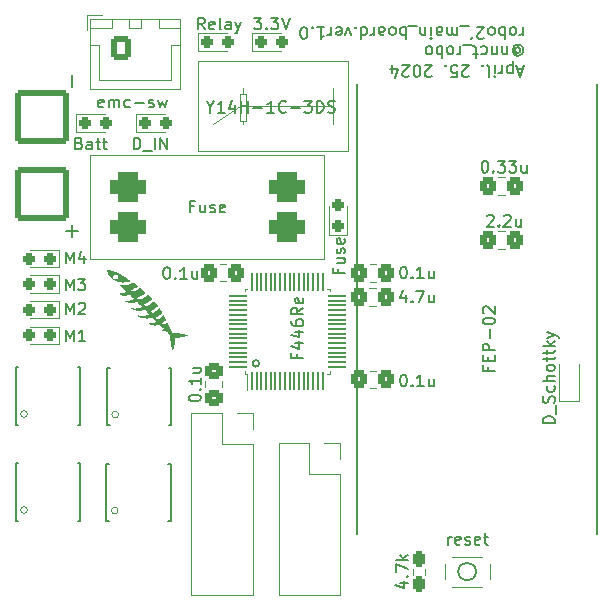
<source format=gto>
G04 #@! TF.GenerationSoftware,KiCad,Pcbnew,7.0.9*
G04 #@! TF.CreationDate,2024-06-27T15:35:45+09:00*
G04 #@! TF.ProjectId,YAMADAmain,59414d41-4441-46d6-9169-6e2e6b696361,rev?*
G04 #@! TF.SameCoordinates,Original*
G04 #@! TF.FileFunction,Legend,Top*
G04 #@! TF.FilePolarity,Positive*
%FSLAX46Y46*%
G04 Gerber Fmt 4.6, Leading zero omitted, Abs format (unit mm)*
G04 Created by KiCad (PCBNEW 7.0.9) date 2024-06-27 15:35:45*
%MOMM*%
%LPD*%
G01*
G04 APERTURE LIST*
G04 Aperture macros list*
%AMRoundRect*
0 Rectangle with rounded corners*
0 $1 Rounding radius*
0 $2 $3 $4 $5 $6 $7 $8 $9 X,Y pos of 4 corners*
0 Add a 4 corners polygon primitive as box body*
4,1,4,$2,$3,$4,$5,$6,$7,$8,$9,$2,$3,0*
0 Add four circle primitives for the rounded corners*
1,1,$1+$1,$2,$3*
1,1,$1+$1,$4,$5*
1,1,$1+$1,$6,$7*
1,1,$1+$1,$8,$9*
0 Add four rect primitives between the rounded corners*
20,1,$1+$1,$2,$3,$4,$5,0*
20,1,$1+$1,$4,$5,$6,$7,0*
20,1,$1+$1,$6,$7,$8,$9,0*
20,1,$1+$1,$8,$9,$2,$3,0*%
G04 Aperture macros list end*
%ADD10C,0.150000*%
%ADD11C,0.153000*%
%ADD12C,0.203200*%
%ADD13C,0.120000*%
%ADD14R,1.800000X2.200000*%
%ADD15O,1.800000X2.200000*%
%ADD16R,0.760000X1.100000*%
%ADD17R,1.500000X1.000000*%
%ADD18RoundRect,0.237500X0.237500X-0.400000X0.237500X0.400000X-0.237500X0.400000X-0.237500X-0.400000X0*%
%ADD19RoundRect,0.292875X0.394625X0.432125X-0.394625X0.432125X-0.394625X-0.432125X0.394625X-0.432125X0*%
%ADD20C,1.000000*%
%ADD21C,5.600000*%
%ADD22C,1.524000*%
%ADD23RoundRect,0.625000X-0.875000X-0.625000X0.875000X-0.625000X0.875000X0.625000X-0.875000X0.625000X0*%
%ADD24RoundRect,0.237500X-0.287500X-0.237500X0.287500X-0.237500X0.287500X0.237500X-0.287500X0.237500X0*%
%ADD25R,1.700000X1.700000*%
%ADD26O,1.700000X1.700000*%
%ADD27RoundRect,0.237500X0.287500X0.237500X-0.287500X0.237500X-0.287500X-0.237500X0.287500X-0.237500X0*%
%ADD28C,1.600000*%
%ADD29RoundRect,0.225000X2.025000X-2.025000X2.025000X2.025000X-2.025000X2.025000X-2.025000X-2.025000X0*%
%ADD30RoundRect,0.292875X-0.432125X0.394625X-0.432125X-0.394625X0.432125X-0.394625X0.432125X0.394625X0*%
%ADD31RoundRect,0.292875X-0.394625X-0.432125X0.394625X-0.432125X0.394625X0.432125X-0.394625X0.432125X0*%
%ADD32RoundRect,0.237500X0.237500X-0.287500X0.237500X0.287500X-0.237500X0.287500X-0.237500X-0.287500X0*%
%ADD33RoundRect,0.062500X0.687500X-0.062500X0.687500X0.062500X-0.687500X0.062500X-0.687500X-0.062500X0*%
%ADD34RoundRect,0.062500X0.062500X-0.687500X0.062500X0.687500X-0.062500X0.687500X-0.062500X-0.687500X0*%
%ADD35R,1.000000X1.000000*%
%ADD36O,1.700000X2.000000*%
%ADD37RoundRect,0.250000X-0.600000X-0.750000X0.600000X-0.750000X0.600000X0.750000X-0.600000X0.750000X0*%
G04 APERTURE END LIST*
D10*
X132158070Y-99593400D02*
G75*
G03*
X132158070Y-99593400I-282843J0D01*
G01*
D11*
X154508866Y-74636051D02*
X154032676Y-74636051D01*
X154604104Y-74350336D02*
X154270771Y-75350336D01*
X154270771Y-75350336D02*
X153937438Y-74350336D01*
X153604104Y-75017003D02*
X153604104Y-74017003D01*
X153604104Y-74969384D02*
X153508866Y-75017003D01*
X153508866Y-75017003D02*
X153318390Y-75017003D01*
X153318390Y-75017003D02*
X153223152Y-74969384D01*
X153223152Y-74969384D02*
X153175533Y-74921765D01*
X153175533Y-74921765D02*
X153127914Y-74826527D01*
X153127914Y-74826527D02*
X153127914Y-74540813D01*
X153127914Y-74540813D02*
X153175533Y-74445575D01*
X153175533Y-74445575D02*
X153223152Y-74397956D01*
X153223152Y-74397956D02*
X153318390Y-74350336D01*
X153318390Y-74350336D02*
X153508866Y-74350336D01*
X153508866Y-74350336D02*
X153604104Y-74397956D01*
X152699342Y-74350336D02*
X152699342Y-75017003D01*
X152699342Y-74826527D02*
X152651723Y-74921765D01*
X152651723Y-74921765D02*
X152604104Y-74969384D01*
X152604104Y-74969384D02*
X152508866Y-75017003D01*
X152508866Y-75017003D02*
X152413628Y-75017003D01*
X152080294Y-74350336D02*
X152080294Y-75017003D01*
X152080294Y-75350336D02*
X152127913Y-75302717D01*
X152127913Y-75302717D02*
X152080294Y-75255098D01*
X152080294Y-75255098D02*
X152032675Y-75302717D01*
X152032675Y-75302717D02*
X152080294Y-75350336D01*
X152080294Y-75350336D02*
X152080294Y-75255098D01*
X151461247Y-74350336D02*
X151556485Y-74397956D01*
X151556485Y-74397956D02*
X151604104Y-74493194D01*
X151604104Y-74493194D02*
X151604104Y-75350336D01*
X151080294Y-74445575D02*
X151032675Y-74397956D01*
X151032675Y-74397956D02*
X151080294Y-74350336D01*
X151080294Y-74350336D02*
X151127913Y-74397956D01*
X151127913Y-74397956D02*
X151080294Y-74445575D01*
X151080294Y-74445575D02*
X151080294Y-74350336D01*
X149889818Y-75255098D02*
X149842199Y-75302717D01*
X149842199Y-75302717D02*
X149746961Y-75350336D01*
X149746961Y-75350336D02*
X149508866Y-75350336D01*
X149508866Y-75350336D02*
X149413628Y-75302717D01*
X149413628Y-75302717D02*
X149366009Y-75255098D01*
X149366009Y-75255098D02*
X149318390Y-75159860D01*
X149318390Y-75159860D02*
X149318390Y-75064622D01*
X149318390Y-75064622D02*
X149366009Y-74921765D01*
X149366009Y-74921765D02*
X149937437Y-74350336D01*
X149937437Y-74350336D02*
X149318390Y-74350336D01*
X148413628Y-75350336D02*
X148889818Y-75350336D01*
X148889818Y-75350336D02*
X148937437Y-74874146D01*
X148937437Y-74874146D02*
X148889818Y-74921765D01*
X148889818Y-74921765D02*
X148794580Y-74969384D01*
X148794580Y-74969384D02*
X148556485Y-74969384D01*
X148556485Y-74969384D02*
X148461247Y-74921765D01*
X148461247Y-74921765D02*
X148413628Y-74874146D01*
X148413628Y-74874146D02*
X148366009Y-74778908D01*
X148366009Y-74778908D02*
X148366009Y-74540813D01*
X148366009Y-74540813D02*
X148413628Y-74445575D01*
X148413628Y-74445575D02*
X148461247Y-74397956D01*
X148461247Y-74397956D02*
X148556485Y-74350336D01*
X148556485Y-74350336D02*
X148794580Y-74350336D01*
X148794580Y-74350336D02*
X148889818Y-74397956D01*
X148889818Y-74397956D02*
X148937437Y-74445575D01*
X147937437Y-74445575D02*
X147889818Y-74397956D01*
X147889818Y-74397956D02*
X147937437Y-74350336D01*
X147937437Y-74350336D02*
X147985056Y-74397956D01*
X147985056Y-74397956D02*
X147937437Y-74445575D01*
X147937437Y-74445575D02*
X147937437Y-74350336D01*
X146746961Y-75255098D02*
X146699342Y-75302717D01*
X146699342Y-75302717D02*
X146604104Y-75350336D01*
X146604104Y-75350336D02*
X146366009Y-75350336D01*
X146366009Y-75350336D02*
X146270771Y-75302717D01*
X146270771Y-75302717D02*
X146223152Y-75255098D01*
X146223152Y-75255098D02*
X146175533Y-75159860D01*
X146175533Y-75159860D02*
X146175533Y-75064622D01*
X146175533Y-75064622D02*
X146223152Y-74921765D01*
X146223152Y-74921765D02*
X146794580Y-74350336D01*
X146794580Y-74350336D02*
X146175533Y-74350336D01*
X145556485Y-75350336D02*
X145461247Y-75350336D01*
X145461247Y-75350336D02*
X145366009Y-75302717D01*
X145366009Y-75302717D02*
X145318390Y-75255098D01*
X145318390Y-75255098D02*
X145270771Y-75159860D01*
X145270771Y-75159860D02*
X145223152Y-74969384D01*
X145223152Y-74969384D02*
X145223152Y-74731289D01*
X145223152Y-74731289D02*
X145270771Y-74540813D01*
X145270771Y-74540813D02*
X145318390Y-74445575D01*
X145318390Y-74445575D02*
X145366009Y-74397956D01*
X145366009Y-74397956D02*
X145461247Y-74350336D01*
X145461247Y-74350336D02*
X145556485Y-74350336D01*
X145556485Y-74350336D02*
X145651723Y-74397956D01*
X145651723Y-74397956D02*
X145699342Y-74445575D01*
X145699342Y-74445575D02*
X145746961Y-74540813D01*
X145746961Y-74540813D02*
X145794580Y-74731289D01*
X145794580Y-74731289D02*
X145794580Y-74969384D01*
X145794580Y-74969384D02*
X145746961Y-75159860D01*
X145746961Y-75159860D02*
X145699342Y-75255098D01*
X145699342Y-75255098D02*
X145651723Y-75302717D01*
X145651723Y-75302717D02*
X145556485Y-75350336D01*
X144842199Y-75255098D02*
X144794580Y-75302717D01*
X144794580Y-75302717D02*
X144699342Y-75350336D01*
X144699342Y-75350336D02*
X144461247Y-75350336D01*
X144461247Y-75350336D02*
X144366009Y-75302717D01*
X144366009Y-75302717D02*
X144318390Y-75255098D01*
X144318390Y-75255098D02*
X144270771Y-75159860D01*
X144270771Y-75159860D02*
X144270771Y-75064622D01*
X144270771Y-75064622D02*
X144318390Y-74921765D01*
X144318390Y-74921765D02*
X144889818Y-74350336D01*
X144889818Y-74350336D02*
X144270771Y-74350336D01*
X143413628Y-75017003D02*
X143413628Y-74350336D01*
X143651723Y-75397956D02*
X143889818Y-74683670D01*
X143889818Y-74683670D02*
X143270771Y-74683670D01*
X153842200Y-73216527D02*
X153889819Y-73264146D01*
X153889819Y-73264146D02*
X153985057Y-73311765D01*
X153985057Y-73311765D02*
X154080295Y-73311765D01*
X154080295Y-73311765D02*
X154175533Y-73264146D01*
X154175533Y-73264146D02*
X154223152Y-73216527D01*
X154223152Y-73216527D02*
X154270771Y-73121289D01*
X154270771Y-73121289D02*
X154270771Y-73026051D01*
X154270771Y-73026051D02*
X154223152Y-72930813D01*
X154223152Y-72930813D02*
X154175533Y-72883194D01*
X154175533Y-72883194D02*
X154080295Y-72835575D01*
X154080295Y-72835575D02*
X153985057Y-72835575D01*
X153985057Y-72835575D02*
X153889819Y-72883194D01*
X153889819Y-72883194D02*
X153842200Y-72930813D01*
X153842200Y-73311765D02*
X153842200Y-72930813D01*
X153842200Y-72930813D02*
X153794581Y-72883194D01*
X153794581Y-72883194D02*
X153746962Y-72883194D01*
X153746962Y-72883194D02*
X153651723Y-72930813D01*
X153651723Y-72930813D02*
X153604104Y-73026051D01*
X153604104Y-73026051D02*
X153604104Y-73264146D01*
X153604104Y-73264146D02*
X153699343Y-73407003D01*
X153699343Y-73407003D02*
X153842200Y-73502241D01*
X153842200Y-73502241D02*
X154032676Y-73549860D01*
X154032676Y-73549860D02*
X154223152Y-73502241D01*
X154223152Y-73502241D02*
X154366009Y-73407003D01*
X154366009Y-73407003D02*
X154461247Y-73264146D01*
X154461247Y-73264146D02*
X154508866Y-73073670D01*
X154508866Y-73073670D02*
X154461247Y-72883194D01*
X154461247Y-72883194D02*
X154366009Y-72740336D01*
X154366009Y-72740336D02*
X154223152Y-72645098D01*
X154223152Y-72645098D02*
X154032676Y-72597479D01*
X154032676Y-72597479D02*
X153842200Y-72645098D01*
X153842200Y-72645098D02*
X153699343Y-72740336D01*
X153175533Y-73407003D02*
X153175533Y-72740336D01*
X153175533Y-73311765D02*
X153127914Y-73359384D01*
X153127914Y-73359384D02*
X153032676Y-73407003D01*
X153032676Y-73407003D02*
X152889819Y-73407003D01*
X152889819Y-73407003D02*
X152794581Y-73359384D01*
X152794581Y-73359384D02*
X152746962Y-73264146D01*
X152746962Y-73264146D02*
X152746962Y-72740336D01*
X152270771Y-73407003D02*
X152270771Y-72740336D01*
X152270771Y-73311765D02*
X152223152Y-73359384D01*
X152223152Y-73359384D02*
X152127914Y-73407003D01*
X152127914Y-73407003D02*
X151985057Y-73407003D01*
X151985057Y-73407003D02*
X151889819Y-73359384D01*
X151889819Y-73359384D02*
X151842200Y-73264146D01*
X151842200Y-73264146D02*
X151842200Y-72740336D01*
X150937438Y-72787956D02*
X151032676Y-72740336D01*
X151032676Y-72740336D02*
X151223152Y-72740336D01*
X151223152Y-72740336D02*
X151318390Y-72787956D01*
X151318390Y-72787956D02*
X151366009Y-72835575D01*
X151366009Y-72835575D02*
X151413628Y-72930813D01*
X151413628Y-72930813D02*
X151413628Y-73216527D01*
X151413628Y-73216527D02*
X151366009Y-73311765D01*
X151366009Y-73311765D02*
X151318390Y-73359384D01*
X151318390Y-73359384D02*
X151223152Y-73407003D01*
X151223152Y-73407003D02*
X151032676Y-73407003D01*
X151032676Y-73407003D02*
X150937438Y-73359384D01*
X150651723Y-73407003D02*
X150270771Y-73407003D01*
X150508866Y-73740336D02*
X150508866Y-72883194D01*
X150508866Y-72883194D02*
X150461247Y-72787956D01*
X150461247Y-72787956D02*
X150366009Y-72740336D01*
X150366009Y-72740336D02*
X150270771Y-72740336D01*
X150175533Y-72645098D02*
X149413628Y-72645098D01*
X149175532Y-72740336D02*
X149175532Y-73407003D01*
X149175532Y-73216527D02*
X149127913Y-73311765D01*
X149127913Y-73311765D02*
X149080294Y-73359384D01*
X149080294Y-73359384D02*
X148985056Y-73407003D01*
X148985056Y-73407003D02*
X148889818Y-73407003D01*
X148413627Y-72740336D02*
X148508865Y-72787956D01*
X148508865Y-72787956D02*
X148556484Y-72835575D01*
X148556484Y-72835575D02*
X148604103Y-72930813D01*
X148604103Y-72930813D02*
X148604103Y-73216527D01*
X148604103Y-73216527D02*
X148556484Y-73311765D01*
X148556484Y-73311765D02*
X148508865Y-73359384D01*
X148508865Y-73359384D02*
X148413627Y-73407003D01*
X148413627Y-73407003D02*
X148270770Y-73407003D01*
X148270770Y-73407003D02*
X148175532Y-73359384D01*
X148175532Y-73359384D02*
X148127913Y-73311765D01*
X148127913Y-73311765D02*
X148080294Y-73216527D01*
X148080294Y-73216527D02*
X148080294Y-72930813D01*
X148080294Y-72930813D02*
X148127913Y-72835575D01*
X148127913Y-72835575D02*
X148175532Y-72787956D01*
X148175532Y-72787956D02*
X148270770Y-72740336D01*
X148270770Y-72740336D02*
X148413627Y-72740336D01*
X147651722Y-72740336D02*
X147651722Y-73740336D01*
X147651722Y-73359384D02*
X147556484Y-73407003D01*
X147556484Y-73407003D02*
X147366008Y-73407003D01*
X147366008Y-73407003D02*
X147270770Y-73359384D01*
X147270770Y-73359384D02*
X147223151Y-73311765D01*
X147223151Y-73311765D02*
X147175532Y-73216527D01*
X147175532Y-73216527D02*
X147175532Y-72930813D01*
X147175532Y-72930813D02*
X147223151Y-72835575D01*
X147223151Y-72835575D02*
X147270770Y-72787956D01*
X147270770Y-72787956D02*
X147366008Y-72740336D01*
X147366008Y-72740336D02*
X147556484Y-72740336D01*
X147556484Y-72740336D02*
X147651722Y-72787956D01*
X146604103Y-72740336D02*
X146699341Y-72787956D01*
X146699341Y-72787956D02*
X146746960Y-72835575D01*
X146746960Y-72835575D02*
X146794579Y-72930813D01*
X146794579Y-72930813D02*
X146794579Y-73216527D01*
X146794579Y-73216527D02*
X146746960Y-73311765D01*
X146746960Y-73311765D02*
X146699341Y-73359384D01*
X146699341Y-73359384D02*
X146604103Y-73407003D01*
X146604103Y-73407003D02*
X146461246Y-73407003D01*
X146461246Y-73407003D02*
X146366008Y-73359384D01*
X146366008Y-73359384D02*
X146318389Y-73311765D01*
X146318389Y-73311765D02*
X146270770Y-73216527D01*
X146270770Y-73216527D02*
X146270770Y-72930813D01*
X146270770Y-72930813D02*
X146318389Y-72835575D01*
X146318389Y-72835575D02*
X146366008Y-72787956D01*
X146366008Y-72787956D02*
X146461246Y-72740336D01*
X146461246Y-72740336D02*
X146604103Y-72740336D01*
X154461247Y-71130336D02*
X154461247Y-71797003D01*
X154461247Y-71606527D02*
X154413628Y-71701765D01*
X154413628Y-71701765D02*
X154366009Y-71749384D01*
X154366009Y-71749384D02*
X154270771Y-71797003D01*
X154270771Y-71797003D02*
X154175533Y-71797003D01*
X153699342Y-71130336D02*
X153794580Y-71177956D01*
X153794580Y-71177956D02*
X153842199Y-71225575D01*
X153842199Y-71225575D02*
X153889818Y-71320813D01*
X153889818Y-71320813D02*
X153889818Y-71606527D01*
X153889818Y-71606527D02*
X153842199Y-71701765D01*
X153842199Y-71701765D02*
X153794580Y-71749384D01*
X153794580Y-71749384D02*
X153699342Y-71797003D01*
X153699342Y-71797003D02*
X153556485Y-71797003D01*
X153556485Y-71797003D02*
X153461247Y-71749384D01*
X153461247Y-71749384D02*
X153413628Y-71701765D01*
X153413628Y-71701765D02*
X153366009Y-71606527D01*
X153366009Y-71606527D02*
X153366009Y-71320813D01*
X153366009Y-71320813D02*
X153413628Y-71225575D01*
X153413628Y-71225575D02*
X153461247Y-71177956D01*
X153461247Y-71177956D02*
X153556485Y-71130336D01*
X153556485Y-71130336D02*
X153699342Y-71130336D01*
X152937437Y-71130336D02*
X152937437Y-72130336D01*
X152937437Y-71749384D02*
X152842199Y-71797003D01*
X152842199Y-71797003D02*
X152651723Y-71797003D01*
X152651723Y-71797003D02*
X152556485Y-71749384D01*
X152556485Y-71749384D02*
X152508866Y-71701765D01*
X152508866Y-71701765D02*
X152461247Y-71606527D01*
X152461247Y-71606527D02*
X152461247Y-71320813D01*
X152461247Y-71320813D02*
X152508866Y-71225575D01*
X152508866Y-71225575D02*
X152556485Y-71177956D01*
X152556485Y-71177956D02*
X152651723Y-71130336D01*
X152651723Y-71130336D02*
X152842199Y-71130336D01*
X152842199Y-71130336D02*
X152937437Y-71177956D01*
X151889818Y-71130336D02*
X151985056Y-71177956D01*
X151985056Y-71177956D02*
X152032675Y-71225575D01*
X152032675Y-71225575D02*
X152080294Y-71320813D01*
X152080294Y-71320813D02*
X152080294Y-71606527D01*
X152080294Y-71606527D02*
X152032675Y-71701765D01*
X152032675Y-71701765D02*
X151985056Y-71749384D01*
X151985056Y-71749384D02*
X151889818Y-71797003D01*
X151889818Y-71797003D02*
X151746961Y-71797003D01*
X151746961Y-71797003D02*
X151651723Y-71749384D01*
X151651723Y-71749384D02*
X151604104Y-71701765D01*
X151604104Y-71701765D02*
X151556485Y-71606527D01*
X151556485Y-71606527D02*
X151556485Y-71320813D01*
X151556485Y-71320813D02*
X151604104Y-71225575D01*
X151604104Y-71225575D02*
X151651723Y-71177956D01*
X151651723Y-71177956D02*
X151746961Y-71130336D01*
X151746961Y-71130336D02*
X151889818Y-71130336D01*
X151175532Y-72035098D02*
X151127913Y-72082717D01*
X151127913Y-72082717D02*
X151032675Y-72130336D01*
X151032675Y-72130336D02*
X150794580Y-72130336D01*
X150794580Y-72130336D02*
X150699342Y-72082717D01*
X150699342Y-72082717D02*
X150651723Y-72035098D01*
X150651723Y-72035098D02*
X150604104Y-71939860D01*
X150604104Y-71939860D02*
X150604104Y-71844622D01*
X150604104Y-71844622D02*
X150651723Y-71701765D01*
X150651723Y-71701765D02*
X151223151Y-71130336D01*
X151223151Y-71130336D02*
X150604104Y-71130336D01*
X150127913Y-72130336D02*
X150223151Y-71939860D01*
X149937438Y-71035098D02*
X149175533Y-71035098D01*
X148937437Y-71130336D02*
X148937437Y-71797003D01*
X148937437Y-71701765D02*
X148889818Y-71749384D01*
X148889818Y-71749384D02*
X148794580Y-71797003D01*
X148794580Y-71797003D02*
X148651723Y-71797003D01*
X148651723Y-71797003D02*
X148556485Y-71749384D01*
X148556485Y-71749384D02*
X148508866Y-71654146D01*
X148508866Y-71654146D02*
X148508866Y-71130336D01*
X148508866Y-71654146D02*
X148461247Y-71749384D01*
X148461247Y-71749384D02*
X148366009Y-71797003D01*
X148366009Y-71797003D02*
X148223152Y-71797003D01*
X148223152Y-71797003D02*
X148127913Y-71749384D01*
X148127913Y-71749384D02*
X148080294Y-71654146D01*
X148080294Y-71654146D02*
X148080294Y-71130336D01*
X147175533Y-71130336D02*
X147175533Y-71654146D01*
X147175533Y-71654146D02*
X147223152Y-71749384D01*
X147223152Y-71749384D02*
X147318390Y-71797003D01*
X147318390Y-71797003D02*
X147508866Y-71797003D01*
X147508866Y-71797003D02*
X147604104Y-71749384D01*
X147175533Y-71177956D02*
X147270771Y-71130336D01*
X147270771Y-71130336D02*
X147508866Y-71130336D01*
X147508866Y-71130336D02*
X147604104Y-71177956D01*
X147604104Y-71177956D02*
X147651723Y-71273194D01*
X147651723Y-71273194D02*
X147651723Y-71368432D01*
X147651723Y-71368432D02*
X147604104Y-71463670D01*
X147604104Y-71463670D02*
X147508866Y-71511289D01*
X147508866Y-71511289D02*
X147270771Y-71511289D01*
X147270771Y-71511289D02*
X147175533Y-71558908D01*
X146699342Y-71130336D02*
X146699342Y-71797003D01*
X146699342Y-72130336D02*
X146746961Y-72082717D01*
X146746961Y-72082717D02*
X146699342Y-72035098D01*
X146699342Y-72035098D02*
X146651723Y-72082717D01*
X146651723Y-72082717D02*
X146699342Y-72130336D01*
X146699342Y-72130336D02*
X146699342Y-72035098D01*
X146223152Y-71797003D02*
X146223152Y-71130336D01*
X146223152Y-71701765D02*
X146175533Y-71749384D01*
X146175533Y-71749384D02*
X146080295Y-71797003D01*
X146080295Y-71797003D02*
X145937438Y-71797003D01*
X145937438Y-71797003D02*
X145842200Y-71749384D01*
X145842200Y-71749384D02*
X145794581Y-71654146D01*
X145794581Y-71654146D02*
X145794581Y-71130336D01*
X145556486Y-71035098D02*
X144794581Y-71035098D01*
X144556485Y-71130336D02*
X144556485Y-72130336D01*
X144556485Y-71749384D02*
X144461247Y-71797003D01*
X144461247Y-71797003D02*
X144270771Y-71797003D01*
X144270771Y-71797003D02*
X144175533Y-71749384D01*
X144175533Y-71749384D02*
X144127914Y-71701765D01*
X144127914Y-71701765D02*
X144080295Y-71606527D01*
X144080295Y-71606527D02*
X144080295Y-71320813D01*
X144080295Y-71320813D02*
X144127914Y-71225575D01*
X144127914Y-71225575D02*
X144175533Y-71177956D01*
X144175533Y-71177956D02*
X144270771Y-71130336D01*
X144270771Y-71130336D02*
X144461247Y-71130336D01*
X144461247Y-71130336D02*
X144556485Y-71177956D01*
X143508866Y-71130336D02*
X143604104Y-71177956D01*
X143604104Y-71177956D02*
X143651723Y-71225575D01*
X143651723Y-71225575D02*
X143699342Y-71320813D01*
X143699342Y-71320813D02*
X143699342Y-71606527D01*
X143699342Y-71606527D02*
X143651723Y-71701765D01*
X143651723Y-71701765D02*
X143604104Y-71749384D01*
X143604104Y-71749384D02*
X143508866Y-71797003D01*
X143508866Y-71797003D02*
X143366009Y-71797003D01*
X143366009Y-71797003D02*
X143270771Y-71749384D01*
X143270771Y-71749384D02*
X143223152Y-71701765D01*
X143223152Y-71701765D02*
X143175533Y-71606527D01*
X143175533Y-71606527D02*
X143175533Y-71320813D01*
X143175533Y-71320813D02*
X143223152Y-71225575D01*
X143223152Y-71225575D02*
X143270771Y-71177956D01*
X143270771Y-71177956D02*
X143366009Y-71130336D01*
X143366009Y-71130336D02*
X143508866Y-71130336D01*
X142318390Y-71130336D02*
X142318390Y-71654146D01*
X142318390Y-71654146D02*
X142366009Y-71749384D01*
X142366009Y-71749384D02*
X142461247Y-71797003D01*
X142461247Y-71797003D02*
X142651723Y-71797003D01*
X142651723Y-71797003D02*
X142746961Y-71749384D01*
X142318390Y-71177956D02*
X142413628Y-71130336D01*
X142413628Y-71130336D02*
X142651723Y-71130336D01*
X142651723Y-71130336D02*
X142746961Y-71177956D01*
X142746961Y-71177956D02*
X142794580Y-71273194D01*
X142794580Y-71273194D02*
X142794580Y-71368432D01*
X142794580Y-71368432D02*
X142746961Y-71463670D01*
X142746961Y-71463670D02*
X142651723Y-71511289D01*
X142651723Y-71511289D02*
X142413628Y-71511289D01*
X142413628Y-71511289D02*
X142318390Y-71558908D01*
X141842199Y-71130336D02*
X141842199Y-71797003D01*
X141842199Y-71606527D02*
X141794580Y-71701765D01*
X141794580Y-71701765D02*
X141746961Y-71749384D01*
X141746961Y-71749384D02*
X141651723Y-71797003D01*
X141651723Y-71797003D02*
X141556485Y-71797003D01*
X140794580Y-71130336D02*
X140794580Y-72130336D01*
X140794580Y-71177956D02*
X140889818Y-71130336D01*
X140889818Y-71130336D02*
X141080294Y-71130336D01*
X141080294Y-71130336D02*
X141175532Y-71177956D01*
X141175532Y-71177956D02*
X141223151Y-71225575D01*
X141223151Y-71225575D02*
X141270770Y-71320813D01*
X141270770Y-71320813D02*
X141270770Y-71606527D01*
X141270770Y-71606527D02*
X141223151Y-71701765D01*
X141223151Y-71701765D02*
X141175532Y-71749384D01*
X141175532Y-71749384D02*
X141080294Y-71797003D01*
X141080294Y-71797003D02*
X140889818Y-71797003D01*
X140889818Y-71797003D02*
X140794580Y-71749384D01*
X140318389Y-71225575D02*
X140270770Y-71177956D01*
X140270770Y-71177956D02*
X140318389Y-71130336D01*
X140318389Y-71130336D02*
X140366008Y-71177956D01*
X140366008Y-71177956D02*
X140318389Y-71225575D01*
X140318389Y-71225575D02*
X140318389Y-71130336D01*
X139937437Y-71797003D02*
X139699342Y-71130336D01*
X139699342Y-71130336D02*
X139461247Y-71797003D01*
X138699342Y-71177956D02*
X138794580Y-71130336D01*
X138794580Y-71130336D02*
X138985056Y-71130336D01*
X138985056Y-71130336D02*
X139080294Y-71177956D01*
X139080294Y-71177956D02*
X139127913Y-71273194D01*
X139127913Y-71273194D02*
X139127913Y-71654146D01*
X139127913Y-71654146D02*
X139080294Y-71749384D01*
X139080294Y-71749384D02*
X138985056Y-71797003D01*
X138985056Y-71797003D02*
X138794580Y-71797003D01*
X138794580Y-71797003D02*
X138699342Y-71749384D01*
X138699342Y-71749384D02*
X138651723Y-71654146D01*
X138651723Y-71654146D02*
X138651723Y-71558908D01*
X138651723Y-71558908D02*
X139127913Y-71463670D01*
X138223151Y-71130336D02*
X138223151Y-71797003D01*
X138223151Y-71606527D02*
X138175532Y-71701765D01*
X138175532Y-71701765D02*
X138127913Y-71749384D01*
X138127913Y-71749384D02*
X138032675Y-71797003D01*
X138032675Y-71797003D02*
X137937437Y-71797003D01*
X137080294Y-71130336D02*
X137651722Y-71130336D01*
X137366008Y-71130336D02*
X137366008Y-72130336D01*
X137366008Y-72130336D02*
X137461246Y-71987479D01*
X137461246Y-71987479D02*
X137556484Y-71892241D01*
X137556484Y-71892241D02*
X137651722Y-71844622D01*
X136651722Y-71225575D02*
X136604103Y-71177956D01*
X136604103Y-71177956D02*
X136651722Y-71130336D01*
X136651722Y-71130336D02*
X136699341Y-71177956D01*
X136699341Y-71177956D02*
X136651722Y-71225575D01*
X136651722Y-71225575D02*
X136651722Y-71130336D01*
X135985056Y-72130336D02*
X135889818Y-72130336D01*
X135889818Y-72130336D02*
X135794580Y-72082717D01*
X135794580Y-72082717D02*
X135746961Y-72035098D01*
X135746961Y-72035098D02*
X135699342Y-71939860D01*
X135699342Y-71939860D02*
X135651723Y-71749384D01*
X135651723Y-71749384D02*
X135651723Y-71511289D01*
X135651723Y-71511289D02*
X135699342Y-71320813D01*
X135699342Y-71320813D02*
X135746961Y-71225575D01*
X135746961Y-71225575D02*
X135794580Y-71177956D01*
X135794580Y-71177956D02*
X135889818Y-71130336D01*
X135889818Y-71130336D02*
X135985056Y-71130336D01*
X135985056Y-71130336D02*
X136080294Y-71177956D01*
X136080294Y-71177956D02*
X136127913Y-71225575D01*
X136127913Y-71225575D02*
X136175532Y-71320813D01*
X136175532Y-71320813D02*
X136223151Y-71511289D01*
X136223151Y-71511289D02*
X136223151Y-71749384D01*
X136223151Y-71749384D02*
X136175532Y-71939860D01*
X136175532Y-71939860D02*
X136127913Y-72035098D01*
X136127913Y-72035098D02*
X136080294Y-72082717D01*
X136080294Y-72082717D02*
X135985056Y-72130336D01*
X135345853Y-98827914D02*
X135345853Y-99161247D01*
X135869663Y-99161247D02*
X134869663Y-99161247D01*
X134869663Y-99161247D02*
X134869663Y-98685057D01*
X135202996Y-97875533D02*
X135869663Y-97875533D01*
X134822044Y-98113628D02*
X135536329Y-98351723D01*
X135536329Y-98351723D02*
X135536329Y-97732676D01*
X135202996Y-96923152D02*
X135869663Y-96923152D01*
X134822044Y-97161247D02*
X135536329Y-97399342D01*
X135536329Y-97399342D02*
X135536329Y-96780295D01*
X134869663Y-95970771D02*
X134869663Y-96161247D01*
X134869663Y-96161247D02*
X134917282Y-96256485D01*
X134917282Y-96256485D02*
X134964901Y-96304104D01*
X134964901Y-96304104D02*
X135107758Y-96399342D01*
X135107758Y-96399342D02*
X135298234Y-96446961D01*
X135298234Y-96446961D02*
X135679186Y-96446961D01*
X135679186Y-96446961D02*
X135774424Y-96399342D01*
X135774424Y-96399342D02*
X135822044Y-96351723D01*
X135822044Y-96351723D02*
X135869663Y-96256485D01*
X135869663Y-96256485D02*
X135869663Y-96066009D01*
X135869663Y-96066009D02*
X135822044Y-95970771D01*
X135822044Y-95970771D02*
X135774424Y-95923152D01*
X135774424Y-95923152D02*
X135679186Y-95875533D01*
X135679186Y-95875533D02*
X135441091Y-95875533D01*
X135441091Y-95875533D02*
X135345853Y-95923152D01*
X135345853Y-95923152D02*
X135298234Y-95970771D01*
X135298234Y-95970771D02*
X135250615Y-96066009D01*
X135250615Y-96066009D02*
X135250615Y-96256485D01*
X135250615Y-96256485D02*
X135298234Y-96351723D01*
X135298234Y-96351723D02*
X135345853Y-96399342D01*
X135345853Y-96399342D02*
X135441091Y-96446961D01*
X135869663Y-94875533D02*
X135393472Y-95208866D01*
X135869663Y-95446961D02*
X134869663Y-95446961D01*
X134869663Y-95446961D02*
X134869663Y-95066009D01*
X134869663Y-95066009D02*
X134917282Y-94970771D01*
X134917282Y-94970771D02*
X134964901Y-94923152D01*
X134964901Y-94923152D02*
X135060139Y-94875533D01*
X135060139Y-94875533D02*
X135202996Y-94875533D01*
X135202996Y-94875533D02*
X135298234Y-94923152D01*
X135298234Y-94923152D02*
X135345853Y-94970771D01*
X135345853Y-94970771D02*
X135393472Y-95066009D01*
X135393472Y-95066009D02*
X135393472Y-95446961D01*
X135822044Y-94066009D02*
X135869663Y-94161247D01*
X135869663Y-94161247D02*
X135869663Y-94351723D01*
X135869663Y-94351723D02*
X135822044Y-94446961D01*
X135822044Y-94446961D02*
X135726805Y-94494580D01*
X135726805Y-94494580D02*
X135345853Y-94494580D01*
X135345853Y-94494580D02*
X135250615Y-94446961D01*
X135250615Y-94446961D02*
X135202996Y-94351723D01*
X135202996Y-94351723D02*
X135202996Y-94161247D01*
X135202996Y-94161247D02*
X135250615Y-94066009D01*
X135250615Y-94066009D02*
X135345853Y-94018390D01*
X135345853Y-94018390D02*
X135441091Y-94018390D01*
X135441091Y-94018390D02*
X135536329Y-94494580D01*
X128029228Y-77893472D02*
X128029228Y-78369663D01*
X127695895Y-77369663D02*
X128029228Y-77893472D01*
X128029228Y-77893472D02*
X128362561Y-77369663D01*
X129219704Y-78369663D02*
X128648276Y-78369663D01*
X128933990Y-78369663D02*
X128933990Y-77369663D01*
X128933990Y-77369663D02*
X128838752Y-77512520D01*
X128838752Y-77512520D02*
X128743514Y-77607758D01*
X128743514Y-77607758D02*
X128648276Y-77655377D01*
X130076847Y-77702996D02*
X130076847Y-78369663D01*
X129838752Y-77322044D02*
X129600657Y-78036329D01*
X129600657Y-78036329D02*
X130219704Y-78036329D01*
X130600657Y-78369663D02*
X130600657Y-77369663D01*
X130600657Y-77845853D02*
X131172085Y-77845853D01*
X131172085Y-78369663D02*
X131172085Y-77369663D01*
X131648276Y-77988710D02*
X132410181Y-77988710D01*
X133410180Y-78369663D02*
X132838752Y-78369663D01*
X133124466Y-78369663D02*
X133124466Y-77369663D01*
X133124466Y-77369663D02*
X133029228Y-77512520D01*
X133029228Y-77512520D02*
X132933990Y-77607758D01*
X132933990Y-77607758D02*
X132838752Y-77655377D01*
X134410180Y-78274424D02*
X134362561Y-78322044D01*
X134362561Y-78322044D02*
X134219704Y-78369663D01*
X134219704Y-78369663D02*
X134124466Y-78369663D01*
X134124466Y-78369663D02*
X133981609Y-78322044D01*
X133981609Y-78322044D02*
X133886371Y-78226805D01*
X133886371Y-78226805D02*
X133838752Y-78131567D01*
X133838752Y-78131567D02*
X133791133Y-77941091D01*
X133791133Y-77941091D02*
X133791133Y-77798234D01*
X133791133Y-77798234D02*
X133838752Y-77607758D01*
X133838752Y-77607758D02*
X133886371Y-77512520D01*
X133886371Y-77512520D02*
X133981609Y-77417282D01*
X133981609Y-77417282D02*
X134124466Y-77369663D01*
X134124466Y-77369663D02*
X134219704Y-77369663D01*
X134219704Y-77369663D02*
X134362561Y-77417282D01*
X134362561Y-77417282D02*
X134410180Y-77464901D01*
X134838752Y-77988710D02*
X135600657Y-77988710D01*
X135981609Y-77369663D02*
X136600656Y-77369663D01*
X136600656Y-77369663D02*
X136267323Y-77750615D01*
X136267323Y-77750615D02*
X136410180Y-77750615D01*
X136410180Y-77750615D02*
X136505418Y-77798234D01*
X136505418Y-77798234D02*
X136553037Y-77845853D01*
X136553037Y-77845853D02*
X136600656Y-77941091D01*
X136600656Y-77941091D02*
X136600656Y-78179186D01*
X136600656Y-78179186D02*
X136553037Y-78274424D01*
X136553037Y-78274424D02*
X136505418Y-78322044D01*
X136505418Y-78322044D02*
X136410180Y-78369663D01*
X136410180Y-78369663D02*
X136124466Y-78369663D01*
X136124466Y-78369663D02*
X136029228Y-78322044D01*
X136029228Y-78322044D02*
X135981609Y-78274424D01*
X137029228Y-78369663D02*
X137029228Y-77369663D01*
X137029228Y-77369663D02*
X137267323Y-77369663D01*
X137267323Y-77369663D02*
X137410180Y-77417282D01*
X137410180Y-77417282D02*
X137505418Y-77512520D01*
X137505418Y-77512520D02*
X137553037Y-77607758D01*
X137553037Y-77607758D02*
X137600656Y-77798234D01*
X137600656Y-77798234D02*
X137600656Y-77941091D01*
X137600656Y-77941091D02*
X137553037Y-78131567D01*
X137553037Y-78131567D02*
X137505418Y-78226805D01*
X137505418Y-78226805D02*
X137410180Y-78322044D01*
X137410180Y-78322044D02*
X137267323Y-78369663D01*
X137267323Y-78369663D02*
X137029228Y-78369663D01*
X137981609Y-78322044D02*
X138124466Y-78369663D01*
X138124466Y-78369663D02*
X138362561Y-78369663D01*
X138362561Y-78369663D02*
X138457799Y-78322044D01*
X138457799Y-78322044D02*
X138505418Y-78274424D01*
X138505418Y-78274424D02*
X138553037Y-78179186D01*
X138553037Y-78179186D02*
X138553037Y-78083948D01*
X138553037Y-78083948D02*
X138505418Y-77988710D01*
X138505418Y-77988710D02*
X138457799Y-77941091D01*
X138457799Y-77941091D02*
X138362561Y-77893472D01*
X138362561Y-77893472D02*
X138172085Y-77845853D01*
X138172085Y-77845853D02*
X138076847Y-77798234D01*
X138076847Y-77798234D02*
X138029228Y-77750615D01*
X138029228Y-77750615D02*
X137981609Y-77655377D01*
X137981609Y-77655377D02*
X137981609Y-77560139D01*
X137981609Y-77560139D02*
X138029228Y-77464901D01*
X138029228Y-77464901D02*
X138076847Y-77417282D01*
X138076847Y-77417282D02*
X138172085Y-77369663D01*
X138172085Y-77369663D02*
X138410180Y-77369663D01*
X138410180Y-77369663D02*
X138553037Y-77417282D01*
X115824000Y-88392000D02*
X116840000Y-88392000D01*
X116332000Y-75184000D02*
X116332000Y-76200000D01*
X116332000Y-87884000D02*
X116332000Y-88900000D01*
X148166752Y-114931663D02*
X148166752Y-114264996D01*
X148166752Y-114455472D02*
X148214371Y-114360234D01*
X148214371Y-114360234D02*
X148261990Y-114312615D01*
X148261990Y-114312615D02*
X148357228Y-114264996D01*
X148357228Y-114264996D02*
X148452466Y-114264996D01*
X149166752Y-114884044D02*
X149071514Y-114931663D01*
X149071514Y-114931663D02*
X148881038Y-114931663D01*
X148881038Y-114931663D02*
X148785800Y-114884044D01*
X148785800Y-114884044D02*
X148738181Y-114788805D01*
X148738181Y-114788805D02*
X148738181Y-114407853D01*
X148738181Y-114407853D02*
X148785800Y-114312615D01*
X148785800Y-114312615D02*
X148881038Y-114264996D01*
X148881038Y-114264996D02*
X149071514Y-114264996D01*
X149071514Y-114264996D02*
X149166752Y-114312615D01*
X149166752Y-114312615D02*
X149214371Y-114407853D01*
X149214371Y-114407853D02*
X149214371Y-114503091D01*
X149214371Y-114503091D02*
X148738181Y-114598329D01*
X149595324Y-114884044D02*
X149690562Y-114931663D01*
X149690562Y-114931663D02*
X149881038Y-114931663D01*
X149881038Y-114931663D02*
X149976276Y-114884044D01*
X149976276Y-114884044D02*
X150023895Y-114788805D01*
X150023895Y-114788805D02*
X150023895Y-114741186D01*
X150023895Y-114741186D02*
X149976276Y-114645948D01*
X149976276Y-114645948D02*
X149881038Y-114598329D01*
X149881038Y-114598329D02*
X149738181Y-114598329D01*
X149738181Y-114598329D02*
X149642943Y-114550710D01*
X149642943Y-114550710D02*
X149595324Y-114455472D01*
X149595324Y-114455472D02*
X149595324Y-114407853D01*
X149595324Y-114407853D02*
X149642943Y-114312615D01*
X149642943Y-114312615D02*
X149738181Y-114264996D01*
X149738181Y-114264996D02*
X149881038Y-114264996D01*
X149881038Y-114264996D02*
X149976276Y-114312615D01*
X150833419Y-114884044D02*
X150738181Y-114931663D01*
X150738181Y-114931663D02*
X150547705Y-114931663D01*
X150547705Y-114931663D02*
X150452467Y-114884044D01*
X150452467Y-114884044D02*
X150404848Y-114788805D01*
X150404848Y-114788805D02*
X150404848Y-114407853D01*
X150404848Y-114407853D02*
X150452467Y-114312615D01*
X150452467Y-114312615D02*
X150547705Y-114264996D01*
X150547705Y-114264996D02*
X150738181Y-114264996D01*
X150738181Y-114264996D02*
X150833419Y-114312615D01*
X150833419Y-114312615D02*
X150881038Y-114407853D01*
X150881038Y-114407853D02*
X150881038Y-114503091D01*
X150881038Y-114503091D02*
X150404848Y-114598329D01*
X151166753Y-114264996D02*
X151547705Y-114264996D01*
X151309610Y-113931663D02*
X151309610Y-114788805D01*
X151309610Y-114788805D02*
X151357229Y-114884044D01*
X151357229Y-114884044D02*
X151452467Y-114931663D01*
X151452467Y-114931663D02*
X151547705Y-114931663D01*
X151455619Y-87102901D02*
X151503238Y-87055282D01*
X151503238Y-87055282D02*
X151598476Y-87007663D01*
X151598476Y-87007663D02*
X151836571Y-87007663D01*
X151836571Y-87007663D02*
X151931809Y-87055282D01*
X151931809Y-87055282D02*
X151979428Y-87102901D01*
X151979428Y-87102901D02*
X152027047Y-87198139D01*
X152027047Y-87198139D02*
X152027047Y-87293377D01*
X152027047Y-87293377D02*
X151979428Y-87436234D01*
X151979428Y-87436234D02*
X151408000Y-88007663D01*
X151408000Y-88007663D02*
X152027047Y-88007663D01*
X152455619Y-87912424D02*
X152503238Y-87960044D01*
X152503238Y-87960044D02*
X152455619Y-88007663D01*
X152455619Y-88007663D02*
X152408000Y-87960044D01*
X152408000Y-87960044D02*
X152455619Y-87912424D01*
X152455619Y-87912424D02*
X152455619Y-88007663D01*
X152884190Y-87102901D02*
X152931809Y-87055282D01*
X152931809Y-87055282D02*
X153027047Y-87007663D01*
X153027047Y-87007663D02*
X153265142Y-87007663D01*
X153265142Y-87007663D02*
X153360380Y-87055282D01*
X153360380Y-87055282D02*
X153407999Y-87102901D01*
X153407999Y-87102901D02*
X153455618Y-87198139D01*
X153455618Y-87198139D02*
X153455618Y-87293377D01*
X153455618Y-87293377D02*
X153407999Y-87436234D01*
X153407999Y-87436234D02*
X152836571Y-88007663D01*
X152836571Y-88007663D02*
X153455618Y-88007663D01*
X154312761Y-87340996D02*
X154312761Y-88007663D01*
X153884190Y-87340996D02*
X153884190Y-87864805D01*
X153884190Y-87864805D02*
X153931809Y-87960044D01*
X153931809Y-87960044D02*
X154027047Y-88007663D01*
X154027047Y-88007663D02*
X154169904Y-88007663D01*
X154169904Y-88007663D02*
X154265142Y-87960044D01*
X154265142Y-87960044D02*
X154312761Y-87912424D01*
X151217524Y-82435663D02*
X151312762Y-82435663D01*
X151312762Y-82435663D02*
X151408000Y-82483282D01*
X151408000Y-82483282D02*
X151455619Y-82530901D01*
X151455619Y-82530901D02*
X151503238Y-82626139D01*
X151503238Y-82626139D02*
X151550857Y-82816615D01*
X151550857Y-82816615D02*
X151550857Y-83054710D01*
X151550857Y-83054710D02*
X151503238Y-83245186D01*
X151503238Y-83245186D02*
X151455619Y-83340424D01*
X151455619Y-83340424D02*
X151408000Y-83388044D01*
X151408000Y-83388044D02*
X151312762Y-83435663D01*
X151312762Y-83435663D02*
X151217524Y-83435663D01*
X151217524Y-83435663D02*
X151122286Y-83388044D01*
X151122286Y-83388044D02*
X151074667Y-83340424D01*
X151074667Y-83340424D02*
X151027048Y-83245186D01*
X151027048Y-83245186D02*
X150979429Y-83054710D01*
X150979429Y-83054710D02*
X150979429Y-82816615D01*
X150979429Y-82816615D02*
X151027048Y-82626139D01*
X151027048Y-82626139D02*
X151074667Y-82530901D01*
X151074667Y-82530901D02*
X151122286Y-82483282D01*
X151122286Y-82483282D02*
X151217524Y-82435663D01*
X151979429Y-83340424D02*
X152027048Y-83388044D01*
X152027048Y-83388044D02*
X151979429Y-83435663D01*
X151979429Y-83435663D02*
X151931810Y-83388044D01*
X151931810Y-83388044D02*
X151979429Y-83340424D01*
X151979429Y-83340424D02*
X151979429Y-83435663D01*
X152360381Y-82435663D02*
X152979428Y-82435663D01*
X152979428Y-82435663D02*
X152646095Y-82816615D01*
X152646095Y-82816615D02*
X152788952Y-82816615D01*
X152788952Y-82816615D02*
X152884190Y-82864234D01*
X152884190Y-82864234D02*
X152931809Y-82911853D01*
X152931809Y-82911853D02*
X152979428Y-83007091D01*
X152979428Y-83007091D02*
X152979428Y-83245186D01*
X152979428Y-83245186D02*
X152931809Y-83340424D01*
X152931809Y-83340424D02*
X152884190Y-83388044D01*
X152884190Y-83388044D02*
X152788952Y-83435663D01*
X152788952Y-83435663D02*
X152503238Y-83435663D01*
X152503238Y-83435663D02*
X152408000Y-83388044D01*
X152408000Y-83388044D02*
X152360381Y-83340424D01*
X153312762Y-82435663D02*
X153931809Y-82435663D01*
X153931809Y-82435663D02*
X153598476Y-82816615D01*
X153598476Y-82816615D02*
X153741333Y-82816615D01*
X153741333Y-82816615D02*
X153836571Y-82864234D01*
X153836571Y-82864234D02*
X153884190Y-82911853D01*
X153884190Y-82911853D02*
X153931809Y-83007091D01*
X153931809Y-83007091D02*
X153931809Y-83245186D01*
X153931809Y-83245186D02*
X153884190Y-83340424D01*
X153884190Y-83340424D02*
X153836571Y-83388044D01*
X153836571Y-83388044D02*
X153741333Y-83435663D01*
X153741333Y-83435663D02*
X153455619Y-83435663D01*
X153455619Y-83435663D02*
X153360381Y-83388044D01*
X153360381Y-83388044D02*
X153312762Y-83340424D01*
X154788952Y-82768996D02*
X154788952Y-83435663D01*
X154360381Y-82768996D02*
X154360381Y-83292805D01*
X154360381Y-83292805D02*
X154408000Y-83388044D01*
X154408000Y-83388044D02*
X154503238Y-83435663D01*
X154503238Y-83435663D02*
X154646095Y-83435663D01*
X154646095Y-83435663D02*
X154741333Y-83388044D01*
X154741333Y-83388044D02*
X154788952Y-83340424D01*
X144059996Y-118154971D02*
X144726663Y-118154971D01*
X143679044Y-118393066D02*
X144393329Y-118631161D01*
X144393329Y-118631161D02*
X144393329Y-118012114D01*
X144631424Y-117631161D02*
X144679044Y-117583542D01*
X144679044Y-117583542D02*
X144726663Y-117631161D01*
X144726663Y-117631161D02*
X144679044Y-117678780D01*
X144679044Y-117678780D02*
X144631424Y-117631161D01*
X144631424Y-117631161D02*
X144726663Y-117631161D01*
X143726663Y-117250209D02*
X143726663Y-116583543D01*
X143726663Y-116583543D02*
X144726663Y-117012114D01*
X144726663Y-116202590D02*
X143726663Y-116202590D01*
X144345710Y-116107352D02*
X144726663Y-115821638D01*
X144059996Y-115821638D02*
X144440948Y-116202590D01*
X124285714Y-91454663D02*
X124380952Y-91454663D01*
X124380952Y-91454663D02*
X124476190Y-91502282D01*
X124476190Y-91502282D02*
X124523809Y-91549901D01*
X124523809Y-91549901D02*
X124571428Y-91645139D01*
X124571428Y-91645139D02*
X124619047Y-91835615D01*
X124619047Y-91835615D02*
X124619047Y-92073710D01*
X124619047Y-92073710D02*
X124571428Y-92264186D01*
X124571428Y-92264186D02*
X124523809Y-92359424D01*
X124523809Y-92359424D02*
X124476190Y-92407044D01*
X124476190Y-92407044D02*
X124380952Y-92454663D01*
X124380952Y-92454663D02*
X124285714Y-92454663D01*
X124285714Y-92454663D02*
X124190476Y-92407044D01*
X124190476Y-92407044D02*
X124142857Y-92359424D01*
X124142857Y-92359424D02*
X124095238Y-92264186D01*
X124095238Y-92264186D02*
X124047619Y-92073710D01*
X124047619Y-92073710D02*
X124047619Y-91835615D01*
X124047619Y-91835615D02*
X124095238Y-91645139D01*
X124095238Y-91645139D02*
X124142857Y-91549901D01*
X124142857Y-91549901D02*
X124190476Y-91502282D01*
X124190476Y-91502282D02*
X124285714Y-91454663D01*
X125047619Y-92359424D02*
X125095238Y-92407044D01*
X125095238Y-92407044D02*
X125047619Y-92454663D01*
X125047619Y-92454663D02*
X125000000Y-92407044D01*
X125000000Y-92407044D02*
X125047619Y-92359424D01*
X125047619Y-92359424D02*
X125047619Y-92454663D01*
X126047618Y-92454663D02*
X125476190Y-92454663D01*
X125761904Y-92454663D02*
X125761904Y-91454663D01*
X125761904Y-91454663D02*
X125666666Y-91597520D01*
X125666666Y-91597520D02*
X125571428Y-91692758D01*
X125571428Y-91692758D02*
X125476190Y-91740377D01*
X126904761Y-91787996D02*
X126904761Y-92454663D01*
X126476190Y-91787996D02*
X126476190Y-92311805D01*
X126476190Y-92311805D02*
X126523809Y-92407044D01*
X126523809Y-92407044D02*
X126619047Y-92454663D01*
X126619047Y-92454663D02*
X126761904Y-92454663D01*
X126761904Y-92454663D02*
X126857142Y-92407044D01*
X126857142Y-92407044D02*
X126904761Y-92359424D01*
X126619142Y-86290853D02*
X126285809Y-86290853D01*
X126285809Y-86814663D02*
X126285809Y-85814663D01*
X126285809Y-85814663D02*
X126761999Y-85814663D01*
X127571523Y-86147996D02*
X127571523Y-86814663D01*
X127142952Y-86147996D02*
X127142952Y-86671805D01*
X127142952Y-86671805D02*
X127190571Y-86767044D01*
X127190571Y-86767044D02*
X127285809Y-86814663D01*
X127285809Y-86814663D02*
X127428666Y-86814663D01*
X127428666Y-86814663D02*
X127523904Y-86767044D01*
X127523904Y-86767044D02*
X127571523Y-86719424D01*
X128000095Y-86767044D02*
X128095333Y-86814663D01*
X128095333Y-86814663D02*
X128285809Y-86814663D01*
X128285809Y-86814663D02*
X128381047Y-86767044D01*
X128381047Y-86767044D02*
X128428666Y-86671805D01*
X128428666Y-86671805D02*
X128428666Y-86624186D01*
X128428666Y-86624186D02*
X128381047Y-86528948D01*
X128381047Y-86528948D02*
X128285809Y-86481329D01*
X128285809Y-86481329D02*
X128142952Y-86481329D01*
X128142952Y-86481329D02*
X128047714Y-86433710D01*
X128047714Y-86433710D02*
X128000095Y-86338472D01*
X128000095Y-86338472D02*
X128000095Y-86290853D01*
X128000095Y-86290853D02*
X128047714Y-86195615D01*
X128047714Y-86195615D02*
X128142952Y-86147996D01*
X128142952Y-86147996D02*
X128285809Y-86147996D01*
X128285809Y-86147996D02*
X128381047Y-86195615D01*
X129238190Y-86767044D02*
X129142952Y-86814663D01*
X129142952Y-86814663D02*
X128952476Y-86814663D01*
X128952476Y-86814663D02*
X128857238Y-86767044D01*
X128857238Y-86767044D02*
X128809619Y-86671805D01*
X128809619Y-86671805D02*
X128809619Y-86290853D01*
X128809619Y-86290853D02*
X128857238Y-86195615D01*
X128857238Y-86195615D02*
X128952476Y-86147996D01*
X128952476Y-86147996D02*
X129142952Y-86147996D01*
X129142952Y-86147996D02*
X129238190Y-86195615D01*
X129238190Y-86195615D02*
X129285809Y-86290853D01*
X129285809Y-86290853D02*
X129285809Y-86386091D01*
X129285809Y-86386091D02*
X128809619Y-86481329D01*
X127526713Y-71320663D02*
X127193380Y-70844472D01*
X126955285Y-71320663D02*
X126955285Y-70320663D01*
X126955285Y-70320663D02*
X127336237Y-70320663D01*
X127336237Y-70320663D02*
X127431475Y-70368282D01*
X127431475Y-70368282D02*
X127479094Y-70415901D01*
X127479094Y-70415901D02*
X127526713Y-70511139D01*
X127526713Y-70511139D02*
X127526713Y-70653996D01*
X127526713Y-70653996D02*
X127479094Y-70749234D01*
X127479094Y-70749234D02*
X127431475Y-70796853D01*
X127431475Y-70796853D02*
X127336237Y-70844472D01*
X127336237Y-70844472D02*
X126955285Y-70844472D01*
X128336237Y-71273044D02*
X128240999Y-71320663D01*
X128240999Y-71320663D02*
X128050523Y-71320663D01*
X128050523Y-71320663D02*
X127955285Y-71273044D01*
X127955285Y-71273044D02*
X127907666Y-71177805D01*
X127907666Y-71177805D02*
X127907666Y-70796853D01*
X127907666Y-70796853D02*
X127955285Y-70701615D01*
X127955285Y-70701615D02*
X128050523Y-70653996D01*
X128050523Y-70653996D02*
X128240999Y-70653996D01*
X128240999Y-70653996D02*
X128336237Y-70701615D01*
X128336237Y-70701615D02*
X128383856Y-70796853D01*
X128383856Y-70796853D02*
X128383856Y-70892091D01*
X128383856Y-70892091D02*
X127907666Y-70987329D01*
X128955285Y-71320663D02*
X128860047Y-71273044D01*
X128860047Y-71273044D02*
X128812428Y-71177805D01*
X128812428Y-71177805D02*
X128812428Y-70320663D01*
X129764809Y-71320663D02*
X129764809Y-70796853D01*
X129764809Y-70796853D02*
X129717190Y-70701615D01*
X129717190Y-70701615D02*
X129621952Y-70653996D01*
X129621952Y-70653996D02*
X129431476Y-70653996D01*
X129431476Y-70653996D02*
X129336238Y-70701615D01*
X129764809Y-71273044D02*
X129669571Y-71320663D01*
X129669571Y-71320663D02*
X129431476Y-71320663D01*
X129431476Y-71320663D02*
X129336238Y-71273044D01*
X129336238Y-71273044D02*
X129288619Y-71177805D01*
X129288619Y-71177805D02*
X129288619Y-71082567D01*
X129288619Y-71082567D02*
X129336238Y-70987329D01*
X129336238Y-70987329D02*
X129431476Y-70939710D01*
X129431476Y-70939710D02*
X129669571Y-70939710D01*
X129669571Y-70939710D02*
X129764809Y-70892091D01*
X130145762Y-70653996D02*
X130383857Y-71320663D01*
X130621952Y-70653996D02*
X130383857Y-71320663D01*
X130383857Y-71320663D02*
X130288619Y-71558758D01*
X130288619Y-71558758D02*
X130241000Y-71606377D01*
X130241000Y-71606377D02*
X130145762Y-71653996D01*
X144327714Y-100546663D02*
X144422952Y-100546663D01*
X144422952Y-100546663D02*
X144518190Y-100594282D01*
X144518190Y-100594282D02*
X144565809Y-100641901D01*
X144565809Y-100641901D02*
X144613428Y-100737139D01*
X144613428Y-100737139D02*
X144661047Y-100927615D01*
X144661047Y-100927615D02*
X144661047Y-101165710D01*
X144661047Y-101165710D02*
X144613428Y-101356186D01*
X144613428Y-101356186D02*
X144565809Y-101451424D01*
X144565809Y-101451424D02*
X144518190Y-101499044D01*
X144518190Y-101499044D02*
X144422952Y-101546663D01*
X144422952Y-101546663D02*
X144327714Y-101546663D01*
X144327714Y-101546663D02*
X144232476Y-101499044D01*
X144232476Y-101499044D02*
X144184857Y-101451424D01*
X144184857Y-101451424D02*
X144137238Y-101356186D01*
X144137238Y-101356186D02*
X144089619Y-101165710D01*
X144089619Y-101165710D02*
X144089619Y-100927615D01*
X144089619Y-100927615D02*
X144137238Y-100737139D01*
X144137238Y-100737139D02*
X144184857Y-100641901D01*
X144184857Y-100641901D02*
X144232476Y-100594282D01*
X144232476Y-100594282D02*
X144327714Y-100546663D01*
X145089619Y-101451424D02*
X145137238Y-101499044D01*
X145137238Y-101499044D02*
X145089619Y-101546663D01*
X145089619Y-101546663D02*
X145042000Y-101499044D01*
X145042000Y-101499044D02*
X145089619Y-101451424D01*
X145089619Y-101451424D02*
X145089619Y-101546663D01*
X146089618Y-101546663D02*
X145518190Y-101546663D01*
X145803904Y-101546663D02*
X145803904Y-100546663D01*
X145803904Y-100546663D02*
X145708666Y-100689520D01*
X145708666Y-100689520D02*
X145613428Y-100784758D01*
X145613428Y-100784758D02*
X145518190Y-100832377D01*
X146946761Y-100879996D02*
X146946761Y-101546663D01*
X146518190Y-100879996D02*
X146518190Y-101403805D01*
X146518190Y-101403805D02*
X146565809Y-101499044D01*
X146565809Y-101499044D02*
X146661047Y-101546663D01*
X146661047Y-101546663D02*
X146803904Y-101546663D01*
X146803904Y-101546663D02*
X146899142Y-101499044D01*
X146899142Y-101499044D02*
X146946761Y-101451424D01*
X116903618Y-80956853D02*
X117046475Y-81004472D01*
X117046475Y-81004472D02*
X117094094Y-81052091D01*
X117094094Y-81052091D02*
X117141713Y-81147329D01*
X117141713Y-81147329D02*
X117141713Y-81290186D01*
X117141713Y-81290186D02*
X117094094Y-81385424D01*
X117094094Y-81385424D02*
X117046475Y-81433044D01*
X117046475Y-81433044D02*
X116951237Y-81480663D01*
X116951237Y-81480663D02*
X116570285Y-81480663D01*
X116570285Y-81480663D02*
X116570285Y-80480663D01*
X116570285Y-80480663D02*
X116903618Y-80480663D01*
X116903618Y-80480663D02*
X116998856Y-80528282D01*
X116998856Y-80528282D02*
X117046475Y-80575901D01*
X117046475Y-80575901D02*
X117094094Y-80671139D01*
X117094094Y-80671139D02*
X117094094Y-80766377D01*
X117094094Y-80766377D02*
X117046475Y-80861615D01*
X117046475Y-80861615D02*
X116998856Y-80909234D01*
X116998856Y-80909234D02*
X116903618Y-80956853D01*
X116903618Y-80956853D02*
X116570285Y-80956853D01*
X117998856Y-81480663D02*
X117998856Y-80956853D01*
X117998856Y-80956853D02*
X117951237Y-80861615D01*
X117951237Y-80861615D02*
X117855999Y-80813996D01*
X117855999Y-80813996D02*
X117665523Y-80813996D01*
X117665523Y-80813996D02*
X117570285Y-80861615D01*
X117998856Y-81433044D02*
X117903618Y-81480663D01*
X117903618Y-81480663D02*
X117665523Y-81480663D01*
X117665523Y-81480663D02*
X117570285Y-81433044D01*
X117570285Y-81433044D02*
X117522666Y-81337805D01*
X117522666Y-81337805D02*
X117522666Y-81242567D01*
X117522666Y-81242567D02*
X117570285Y-81147329D01*
X117570285Y-81147329D02*
X117665523Y-81099710D01*
X117665523Y-81099710D02*
X117903618Y-81099710D01*
X117903618Y-81099710D02*
X117998856Y-81052091D01*
X118332190Y-80813996D02*
X118713142Y-80813996D01*
X118475047Y-80480663D02*
X118475047Y-81337805D01*
X118475047Y-81337805D02*
X118522666Y-81433044D01*
X118522666Y-81433044D02*
X118617904Y-81480663D01*
X118617904Y-81480663D02*
X118713142Y-81480663D01*
X118903619Y-80813996D02*
X119284571Y-80813996D01*
X119046476Y-80480663D02*
X119046476Y-81337805D01*
X119046476Y-81337805D02*
X119094095Y-81433044D01*
X119094095Y-81433044D02*
X119189333Y-81480663D01*
X119189333Y-81480663D02*
X119284571Y-81480663D01*
X115776476Y-93418663D02*
X115776476Y-92418663D01*
X115776476Y-92418663D02*
X116109809Y-93132948D01*
X116109809Y-93132948D02*
X116443142Y-92418663D01*
X116443142Y-92418663D02*
X116443142Y-93418663D01*
X116824095Y-92418663D02*
X117443142Y-92418663D01*
X117443142Y-92418663D02*
X117109809Y-92799615D01*
X117109809Y-92799615D02*
X117252666Y-92799615D01*
X117252666Y-92799615D02*
X117347904Y-92847234D01*
X117347904Y-92847234D02*
X117395523Y-92894853D01*
X117395523Y-92894853D02*
X117443142Y-92990091D01*
X117443142Y-92990091D02*
X117443142Y-93228186D01*
X117443142Y-93228186D02*
X117395523Y-93323424D01*
X117395523Y-93323424D02*
X117347904Y-93371044D01*
X117347904Y-93371044D02*
X117252666Y-93418663D01*
X117252666Y-93418663D02*
X116966952Y-93418663D01*
X116966952Y-93418663D02*
X116871714Y-93371044D01*
X116871714Y-93371044D02*
X116824095Y-93323424D01*
X131723810Y-70320663D02*
X132342857Y-70320663D01*
X132342857Y-70320663D02*
X132009524Y-70701615D01*
X132009524Y-70701615D02*
X132152381Y-70701615D01*
X132152381Y-70701615D02*
X132247619Y-70749234D01*
X132247619Y-70749234D02*
X132295238Y-70796853D01*
X132295238Y-70796853D02*
X132342857Y-70892091D01*
X132342857Y-70892091D02*
X132342857Y-71130186D01*
X132342857Y-71130186D02*
X132295238Y-71225424D01*
X132295238Y-71225424D02*
X132247619Y-71273044D01*
X132247619Y-71273044D02*
X132152381Y-71320663D01*
X132152381Y-71320663D02*
X131866667Y-71320663D01*
X131866667Y-71320663D02*
X131771429Y-71273044D01*
X131771429Y-71273044D02*
X131723810Y-71225424D01*
X132771429Y-71225424D02*
X132819048Y-71273044D01*
X132819048Y-71273044D02*
X132771429Y-71320663D01*
X132771429Y-71320663D02*
X132723810Y-71273044D01*
X132723810Y-71273044D02*
X132771429Y-71225424D01*
X132771429Y-71225424D02*
X132771429Y-71320663D01*
X133152381Y-70320663D02*
X133771428Y-70320663D01*
X133771428Y-70320663D02*
X133438095Y-70701615D01*
X133438095Y-70701615D02*
X133580952Y-70701615D01*
X133580952Y-70701615D02*
X133676190Y-70749234D01*
X133676190Y-70749234D02*
X133723809Y-70796853D01*
X133723809Y-70796853D02*
X133771428Y-70892091D01*
X133771428Y-70892091D02*
X133771428Y-71130186D01*
X133771428Y-71130186D02*
X133723809Y-71225424D01*
X133723809Y-71225424D02*
X133676190Y-71273044D01*
X133676190Y-71273044D02*
X133580952Y-71320663D01*
X133580952Y-71320663D02*
X133295238Y-71320663D01*
X133295238Y-71320663D02*
X133200000Y-71273044D01*
X133200000Y-71273044D02*
X133152381Y-71225424D01*
X134057143Y-70320663D02*
X134390476Y-71320663D01*
X134390476Y-71320663D02*
X134723809Y-70320663D01*
X126200663Y-102565785D02*
X126200663Y-102470547D01*
X126200663Y-102470547D02*
X126248282Y-102375309D01*
X126248282Y-102375309D02*
X126295901Y-102327690D01*
X126295901Y-102327690D02*
X126391139Y-102280071D01*
X126391139Y-102280071D02*
X126581615Y-102232452D01*
X126581615Y-102232452D02*
X126819710Y-102232452D01*
X126819710Y-102232452D02*
X127010186Y-102280071D01*
X127010186Y-102280071D02*
X127105424Y-102327690D01*
X127105424Y-102327690D02*
X127153044Y-102375309D01*
X127153044Y-102375309D02*
X127200663Y-102470547D01*
X127200663Y-102470547D02*
X127200663Y-102565785D01*
X127200663Y-102565785D02*
X127153044Y-102661023D01*
X127153044Y-102661023D02*
X127105424Y-102708642D01*
X127105424Y-102708642D02*
X127010186Y-102756261D01*
X127010186Y-102756261D02*
X126819710Y-102803880D01*
X126819710Y-102803880D02*
X126581615Y-102803880D01*
X126581615Y-102803880D02*
X126391139Y-102756261D01*
X126391139Y-102756261D02*
X126295901Y-102708642D01*
X126295901Y-102708642D02*
X126248282Y-102661023D01*
X126248282Y-102661023D02*
X126200663Y-102565785D01*
X127105424Y-101803880D02*
X127153044Y-101756261D01*
X127153044Y-101756261D02*
X127200663Y-101803880D01*
X127200663Y-101803880D02*
X127153044Y-101851499D01*
X127153044Y-101851499D02*
X127105424Y-101803880D01*
X127105424Y-101803880D02*
X127200663Y-101803880D01*
X127200663Y-100803881D02*
X127200663Y-101375309D01*
X127200663Y-101089595D02*
X126200663Y-101089595D01*
X126200663Y-101089595D02*
X126343520Y-101184833D01*
X126343520Y-101184833D02*
X126438758Y-101280071D01*
X126438758Y-101280071D02*
X126486377Y-101375309D01*
X126533996Y-99946738D02*
X127200663Y-99946738D01*
X126533996Y-100375309D02*
X127057805Y-100375309D01*
X127057805Y-100375309D02*
X127153044Y-100327690D01*
X127153044Y-100327690D02*
X127200663Y-100232452D01*
X127200663Y-100232452D02*
X127200663Y-100089595D01*
X127200663Y-100089595D02*
X127153044Y-99994357D01*
X127153044Y-99994357D02*
X127105424Y-99946738D01*
X115776476Y-95450663D02*
X115776476Y-94450663D01*
X115776476Y-94450663D02*
X116109809Y-95164948D01*
X116109809Y-95164948D02*
X116443142Y-94450663D01*
X116443142Y-94450663D02*
X116443142Y-95450663D01*
X116871714Y-94545901D02*
X116919333Y-94498282D01*
X116919333Y-94498282D02*
X117014571Y-94450663D01*
X117014571Y-94450663D02*
X117252666Y-94450663D01*
X117252666Y-94450663D02*
X117347904Y-94498282D01*
X117347904Y-94498282D02*
X117395523Y-94545901D01*
X117395523Y-94545901D02*
X117443142Y-94641139D01*
X117443142Y-94641139D02*
X117443142Y-94736377D01*
X117443142Y-94736377D02*
X117395523Y-94879234D01*
X117395523Y-94879234D02*
X116824095Y-95450663D01*
X116824095Y-95450663D02*
X117443142Y-95450663D01*
X144327714Y-91402663D02*
X144422952Y-91402663D01*
X144422952Y-91402663D02*
X144518190Y-91450282D01*
X144518190Y-91450282D02*
X144565809Y-91497901D01*
X144565809Y-91497901D02*
X144613428Y-91593139D01*
X144613428Y-91593139D02*
X144661047Y-91783615D01*
X144661047Y-91783615D02*
X144661047Y-92021710D01*
X144661047Y-92021710D02*
X144613428Y-92212186D01*
X144613428Y-92212186D02*
X144565809Y-92307424D01*
X144565809Y-92307424D02*
X144518190Y-92355044D01*
X144518190Y-92355044D02*
X144422952Y-92402663D01*
X144422952Y-92402663D02*
X144327714Y-92402663D01*
X144327714Y-92402663D02*
X144232476Y-92355044D01*
X144232476Y-92355044D02*
X144184857Y-92307424D01*
X144184857Y-92307424D02*
X144137238Y-92212186D01*
X144137238Y-92212186D02*
X144089619Y-92021710D01*
X144089619Y-92021710D02*
X144089619Y-91783615D01*
X144089619Y-91783615D02*
X144137238Y-91593139D01*
X144137238Y-91593139D02*
X144184857Y-91497901D01*
X144184857Y-91497901D02*
X144232476Y-91450282D01*
X144232476Y-91450282D02*
X144327714Y-91402663D01*
X145089619Y-92307424D02*
X145137238Y-92355044D01*
X145137238Y-92355044D02*
X145089619Y-92402663D01*
X145089619Y-92402663D02*
X145042000Y-92355044D01*
X145042000Y-92355044D02*
X145089619Y-92307424D01*
X145089619Y-92307424D02*
X145089619Y-92402663D01*
X146089618Y-92402663D02*
X145518190Y-92402663D01*
X145803904Y-92402663D02*
X145803904Y-91402663D01*
X145803904Y-91402663D02*
X145708666Y-91545520D01*
X145708666Y-91545520D02*
X145613428Y-91640758D01*
X145613428Y-91640758D02*
X145518190Y-91688377D01*
X146946761Y-91735996D02*
X146946761Y-92402663D01*
X146518190Y-91735996D02*
X146518190Y-92259805D01*
X146518190Y-92259805D02*
X146565809Y-92355044D01*
X146565809Y-92355044D02*
X146661047Y-92402663D01*
X146661047Y-92402663D02*
X146803904Y-92402663D01*
X146803904Y-92402663D02*
X146899142Y-92355044D01*
X146899142Y-92355044D02*
X146946761Y-92307424D01*
X138868853Y-91642857D02*
X138868853Y-91976190D01*
X139392663Y-91976190D02*
X138392663Y-91976190D01*
X138392663Y-91976190D02*
X138392663Y-91500000D01*
X138725996Y-90690476D02*
X139392663Y-90690476D01*
X138725996Y-91119047D02*
X139249805Y-91119047D01*
X139249805Y-91119047D02*
X139345044Y-91071428D01*
X139345044Y-91071428D02*
X139392663Y-90976190D01*
X139392663Y-90976190D02*
X139392663Y-90833333D01*
X139392663Y-90833333D02*
X139345044Y-90738095D01*
X139345044Y-90738095D02*
X139297424Y-90690476D01*
X139345044Y-90261904D02*
X139392663Y-90166666D01*
X139392663Y-90166666D02*
X139392663Y-89976190D01*
X139392663Y-89976190D02*
X139345044Y-89880952D01*
X139345044Y-89880952D02*
X139249805Y-89833333D01*
X139249805Y-89833333D02*
X139202186Y-89833333D01*
X139202186Y-89833333D02*
X139106948Y-89880952D01*
X139106948Y-89880952D02*
X139059329Y-89976190D01*
X139059329Y-89976190D02*
X139059329Y-90119047D01*
X139059329Y-90119047D02*
X139011710Y-90214285D01*
X139011710Y-90214285D02*
X138916472Y-90261904D01*
X138916472Y-90261904D02*
X138868853Y-90261904D01*
X138868853Y-90261904D02*
X138773615Y-90214285D01*
X138773615Y-90214285D02*
X138725996Y-90119047D01*
X138725996Y-90119047D02*
X138725996Y-89976190D01*
X138725996Y-89976190D02*
X138773615Y-89880952D01*
X139345044Y-89023809D02*
X139392663Y-89119047D01*
X139392663Y-89119047D02*
X139392663Y-89309523D01*
X139392663Y-89309523D02*
X139345044Y-89404761D01*
X139345044Y-89404761D02*
X139249805Y-89452380D01*
X139249805Y-89452380D02*
X138868853Y-89452380D01*
X138868853Y-89452380D02*
X138773615Y-89404761D01*
X138773615Y-89404761D02*
X138725996Y-89309523D01*
X138725996Y-89309523D02*
X138725996Y-89119047D01*
X138725996Y-89119047D02*
X138773615Y-89023809D01*
X138773615Y-89023809D02*
X138868853Y-88976190D01*
X138868853Y-88976190D02*
X138964091Y-88976190D01*
X138964091Y-88976190D02*
X139059329Y-89452380D01*
X121531238Y-81480663D02*
X121531238Y-80480663D01*
X121531238Y-80480663D02*
X121769333Y-80480663D01*
X121769333Y-80480663D02*
X121912190Y-80528282D01*
X121912190Y-80528282D02*
X122007428Y-80623520D01*
X122007428Y-80623520D02*
X122055047Y-80718758D01*
X122055047Y-80718758D02*
X122102666Y-80909234D01*
X122102666Y-80909234D02*
X122102666Y-81052091D01*
X122102666Y-81052091D02*
X122055047Y-81242567D01*
X122055047Y-81242567D02*
X122007428Y-81337805D01*
X122007428Y-81337805D02*
X121912190Y-81433044D01*
X121912190Y-81433044D02*
X121769333Y-81480663D01*
X121769333Y-81480663D02*
X121531238Y-81480663D01*
X122293143Y-81575901D02*
X123055047Y-81575901D01*
X123293143Y-81480663D02*
X123293143Y-80480663D01*
X123769333Y-81480663D02*
X123769333Y-80480663D01*
X123769333Y-80480663D02*
X124340761Y-81480663D01*
X124340761Y-81480663D02*
X124340761Y-80480663D01*
X115776476Y-97736663D02*
X115776476Y-96736663D01*
X115776476Y-96736663D02*
X116109809Y-97450948D01*
X116109809Y-97450948D02*
X116443142Y-96736663D01*
X116443142Y-96736663D02*
X116443142Y-97736663D01*
X117443142Y-97736663D02*
X116871714Y-97736663D01*
X117157428Y-97736663D02*
X117157428Y-96736663D01*
X117157428Y-96736663D02*
X117062190Y-96879520D01*
X117062190Y-96879520D02*
X116966952Y-96974758D01*
X116966952Y-96974758D02*
X116871714Y-97022377D01*
X157172663Y-104647524D02*
X156172663Y-104647524D01*
X156172663Y-104647524D02*
X156172663Y-104409429D01*
X156172663Y-104409429D02*
X156220282Y-104266572D01*
X156220282Y-104266572D02*
X156315520Y-104171334D01*
X156315520Y-104171334D02*
X156410758Y-104123715D01*
X156410758Y-104123715D02*
X156601234Y-104076096D01*
X156601234Y-104076096D02*
X156744091Y-104076096D01*
X156744091Y-104076096D02*
X156934567Y-104123715D01*
X156934567Y-104123715D02*
X157029805Y-104171334D01*
X157029805Y-104171334D02*
X157125044Y-104266572D01*
X157125044Y-104266572D02*
X157172663Y-104409429D01*
X157172663Y-104409429D02*
X157172663Y-104647524D01*
X157267901Y-103885620D02*
X157267901Y-103123715D01*
X157125044Y-102933238D02*
X157172663Y-102790381D01*
X157172663Y-102790381D02*
X157172663Y-102552286D01*
X157172663Y-102552286D02*
X157125044Y-102457048D01*
X157125044Y-102457048D02*
X157077424Y-102409429D01*
X157077424Y-102409429D02*
X156982186Y-102361810D01*
X156982186Y-102361810D02*
X156886948Y-102361810D01*
X156886948Y-102361810D02*
X156791710Y-102409429D01*
X156791710Y-102409429D02*
X156744091Y-102457048D01*
X156744091Y-102457048D02*
X156696472Y-102552286D01*
X156696472Y-102552286D02*
X156648853Y-102742762D01*
X156648853Y-102742762D02*
X156601234Y-102838000D01*
X156601234Y-102838000D02*
X156553615Y-102885619D01*
X156553615Y-102885619D02*
X156458377Y-102933238D01*
X156458377Y-102933238D02*
X156363139Y-102933238D01*
X156363139Y-102933238D02*
X156267901Y-102885619D01*
X156267901Y-102885619D02*
X156220282Y-102838000D01*
X156220282Y-102838000D02*
X156172663Y-102742762D01*
X156172663Y-102742762D02*
X156172663Y-102504667D01*
X156172663Y-102504667D02*
X156220282Y-102361810D01*
X157125044Y-101504667D02*
X157172663Y-101599905D01*
X157172663Y-101599905D02*
X157172663Y-101790381D01*
X157172663Y-101790381D02*
X157125044Y-101885619D01*
X157125044Y-101885619D02*
X157077424Y-101933238D01*
X157077424Y-101933238D02*
X156982186Y-101980857D01*
X156982186Y-101980857D02*
X156696472Y-101980857D01*
X156696472Y-101980857D02*
X156601234Y-101933238D01*
X156601234Y-101933238D02*
X156553615Y-101885619D01*
X156553615Y-101885619D02*
X156505996Y-101790381D01*
X156505996Y-101790381D02*
X156505996Y-101599905D01*
X156505996Y-101599905D02*
X156553615Y-101504667D01*
X157172663Y-101076095D02*
X156172663Y-101076095D01*
X157172663Y-100647524D02*
X156648853Y-100647524D01*
X156648853Y-100647524D02*
X156553615Y-100695143D01*
X156553615Y-100695143D02*
X156505996Y-100790381D01*
X156505996Y-100790381D02*
X156505996Y-100933238D01*
X156505996Y-100933238D02*
X156553615Y-101028476D01*
X156553615Y-101028476D02*
X156601234Y-101076095D01*
X157172663Y-100028476D02*
X157125044Y-100123714D01*
X157125044Y-100123714D02*
X157077424Y-100171333D01*
X157077424Y-100171333D02*
X156982186Y-100218952D01*
X156982186Y-100218952D02*
X156696472Y-100218952D01*
X156696472Y-100218952D02*
X156601234Y-100171333D01*
X156601234Y-100171333D02*
X156553615Y-100123714D01*
X156553615Y-100123714D02*
X156505996Y-100028476D01*
X156505996Y-100028476D02*
X156505996Y-99885619D01*
X156505996Y-99885619D02*
X156553615Y-99790381D01*
X156553615Y-99790381D02*
X156601234Y-99742762D01*
X156601234Y-99742762D02*
X156696472Y-99695143D01*
X156696472Y-99695143D02*
X156982186Y-99695143D01*
X156982186Y-99695143D02*
X157077424Y-99742762D01*
X157077424Y-99742762D02*
X157125044Y-99790381D01*
X157125044Y-99790381D02*
X157172663Y-99885619D01*
X157172663Y-99885619D02*
X157172663Y-100028476D01*
X156505996Y-99409428D02*
X156505996Y-99028476D01*
X156172663Y-99266571D02*
X157029805Y-99266571D01*
X157029805Y-99266571D02*
X157125044Y-99218952D01*
X157125044Y-99218952D02*
X157172663Y-99123714D01*
X157172663Y-99123714D02*
X157172663Y-99028476D01*
X156505996Y-98837999D02*
X156505996Y-98457047D01*
X156172663Y-98695142D02*
X157029805Y-98695142D01*
X157029805Y-98695142D02*
X157125044Y-98647523D01*
X157125044Y-98647523D02*
X157172663Y-98552285D01*
X157172663Y-98552285D02*
X157172663Y-98457047D01*
X157172663Y-98123713D02*
X156172663Y-98123713D01*
X156791710Y-98028475D02*
X157172663Y-97742761D01*
X156505996Y-97742761D02*
X156886948Y-98123713D01*
X156505996Y-97409427D02*
X157172663Y-97171332D01*
X156505996Y-96933237D02*
X157172663Y-97171332D01*
X157172663Y-97171332D02*
X157410758Y-97266570D01*
X157410758Y-97266570D02*
X157458377Y-97314189D01*
X157458377Y-97314189D02*
X157505996Y-97409427D01*
X144565809Y-93767996D02*
X144565809Y-94434663D01*
X144327714Y-93387044D02*
X144089619Y-94101329D01*
X144089619Y-94101329D02*
X144708666Y-94101329D01*
X145089619Y-94339424D02*
X145137238Y-94387044D01*
X145137238Y-94387044D02*
X145089619Y-94434663D01*
X145089619Y-94434663D02*
X145042000Y-94387044D01*
X145042000Y-94387044D02*
X145089619Y-94339424D01*
X145089619Y-94339424D02*
X145089619Y-94434663D01*
X145470571Y-93434663D02*
X146137237Y-93434663D01*
X146137237Y-93434663D02*
X145708666Y-94434663D01*
X146946761Y-93767996D02*
X146946761Y-94434663D01*
X146518190Y-93767996D02*
X146518190Y-94291805D01*
X146518190Y-94291805D02*
X146565809Y-94387044D01*
X146565809Y-94387044D02*
X146661047Y-94434663D01*
X146661047Y-94434663D02*
X146803904Y-94434663D01*
X146803904Y-94434663D02*
X146899142Y-94387044D01*
X146899142Y-94387044D02*
X146946761Y-94339424D01*
X151568853Y-99916952D02*
X151568853Y-100250285D01*
X152092663Y-100250285D02*
X151092663Y-100250285D01*
X151092663Y-100250285D02*
X151092663Y-99774095D01*
X151568853Y-99393142D02*
X151568853Y-99059809D01*
X152092663Y-98916952D02*
X152092663Y-99393142D01*
X152092663Y-99393142D02*
X151092663Y-99393142D01*
X151092663Y-99393142D02*
X151092663Y-98916952D01*
X152092663Y-98488380D02*
X151092663Y-98488380D01*
X151092663Y-98488380D02*
X151092663Y-98107428D01*
X151092663Y-98107428D02*
X151140282Y-98012190D01*
X151140282Y-98012190D02*
X151187901Y-97964571D01*
X151187901Y-97964571D02*
X151283139Y-97916952D01*
X151283139Y-97916952D02*
X151425996Y-97916952D01*
X151425996Y-97916952D02*
X151521234Y-97964571D01*
X151521234Y-97964571D02*
X151568853Y-98012190D01*
X151568853Y-98012190D02*
X151616472Y-98107428D01*
X151616472Y-98107428D02*
X151616472Y-98488380D01*
X151711710Y-97488380D02*
X151711710Y-96726476D01*
X151092663Y-96059809D02*
X151092663Y-95964571D01*
X151092663Y-95964571D02*
X151140282Y-95869333D01*
X151140282Y-95869333D02*
X151187901Y-95821714D01*
X151187901Y-95821714D02*
X151283139Y-95774095D01*
X151283139Y-95774095D02*
X151473615Y-95726476D01*
X151473615Y-95726476D02*
X151711710Y-95726476D01*
X151711710Y-95726476D02*
X151902186Y-95774095D01*
X151902186Y-95774095D02*
X151997424Y-95821714D01*
X151997424Y-95821714D02*
X152045044Y-95869333D01*
X152045044Y-95869333D02*
X152092663Y-95964571D01*
X152092663Y-95964571D02*
X152092663Y-96059809D01*
X152092663Y-96059809D02*
X152045044Y-96155047D01*
X152045044Y-96155047D02*
X151997424Y-96202666D01*
X151997424Y-96202666D02*
X151902186Y-96250285D01*
X151902186Y-96250285D02*
X151711710Y-96297904D01*
X151711710Y-96297904D02*
X151473615Y-96297904D01*
X151473615Y-96297904D02*
X151283139Y-96250285D01*
X151283139Y-96250285D02*
X151187901Y-96202666D01*
X151187901Y-96202666D02*
X151140282Y-96155047D01*
X151140282Y-96155047D02*
X151092663Y-96059809D01*
X151187901Y-95345523D02*
X151140282Y-95297904D01*
X151140282Y-95297904D02*
X151092663Y-95202666D01*
X151092663Y-95202666D02*
X151092663Y-94964571D01*
X151092663Y-94964571D02*
X151140282Y-94869333D01*
X151140282Y-94869333D02*
X151187901Y-94821714D01*
X151187901Y-94821714D02*
X151283139Y-94774095D01*
X151283139Y-94774095D02*
X151378377Y-94774095D01*
X151378377Y-94774095D02*
X151521234Y-94821714D01*
X151521234Y-94821714D02*
X152092663Y-95393142D01*
X152092663Y-95393142D02*
X152092663Y-94774095D01*
X118959619Y-77877044D02*
X118864381Y-77924663D01*
X118864381Y-77924663D02*
X118673905Y-77924663D01*
X118673905Y-77924663D02*
X118578667Y-77877044D01*
X118578667Y-77877044D02*
X118531048Y-77781805D01*
X118531048Y-77781805D02*
X118531048Y-77400853D01*
X118531048Y-77400853D02*
X118578667Y-77305615D01*
X118578667Y-77305615D02*
X118673905Y-77257996D01*
X118673905Y-77257996D02*
X118864381Y-77257996D01*
X118864381Y-77257996D02*
X118959619Y-77305615D01*
X118959619Y-77305615D02*
X119007238Y-77400853D01*
X119007238Y-77400853D02*
X119007238Y-77496091D01*
X119007238Y-77496091D02*
X118531048Y-77591329D01*
X119435810Y-77924663D02*
X119435810Y-77257996D01*
X119435810Y-77353234D02*
X119483429Y-77305615D01*
X119483429Y-77305615D02*
X119578667Y-77257996D01*
X119578667Y-77257996D02*
X119721524Y-77257996D01*
X119721524Y-77257996D02*
X119816762Y-77305615D01*
X119816762Y-77305615D02*
X119864381Y-77400853D01*
X119864381Y-77400853D02*
X119864381Y-77924663D01*
X119864381Y-77400853D02*
X119912000Y-77305615D01*
X119912000Y-77305615D02*
X120007238Y-77257996D01*
X120007238Y-77257996D02*
X120150095Y-77257996D01*
X120150095Y-77257996D02*
X120245334Y-77305615D01*
X120245334Y-77305615D02*
X120292953Y-77400853D01*
X120292953Y-77400853D02*
X120292953Y-77924663D01*
X121197714Y-77877044D02*
X121102476Y-77924663D01*
X121102476Y-77924663D02*
X120912000Y-77924663D01*
X120912000Y-77924663D02*
X120816762Y-77877044D01*
X120816762Y-77877044D02*
X120769143Y-77829424D01*
X120769143Y-77829424D02*
X120721524Y-77734186D01*
X120721524Y-77734186D02*
X120721524Y-77448472D01*
X120721524Y-77448472D02*
X120769143Y-77353234D01*
X120769143Y-77353234D02*
X120816762Y-77305615D01*
X120816762Y-77305615D02*
X120912000Y-77257996D01*
X120912000Y-77257996D02*
X121102476Y-77257996D01*
X121102476Y-77257996D02*
X121197714Y-77305615D01*
X121626286Y-77543710D02*
X122388191Y-77543710D01*
X122816762Y-77877044D02*
X122912000Y-77924663D01*
X122912000Y-77924663D02*
X123102476Y-77924663D01*
X123102476Y-77924663D02*
X123197714Y-77877044D01*
X123197714Y-77877044D02*
X123245333Y-77781805D01*
X123245333Y-77781805D02*
X123245333Y-77734186D01*
X123245333Y-77734186D02*
X123197714Y-77638948D01*
X123197714Y-77638948D02*
X123102476Y-77591329D01*
X123102476Y-77591329D02*
X122959619Y-77591329D01*
X122959619Y-77591329D02*
X122864381Y-77543710D01*
X122864381Y-77543710D02*
X122816762Y-77448472D01*
X122816762Y-77448472D02*
X122816762Y-77400853D01*
X122816762Y-77400853D02*
X122864381Y-77305615D01*
X122864381Y-77305615D02*
X122959619Y-77257996D01*
X122959619Y-77257996D02*
X123102476Y-77257996D01*
X123102476Y-77257996D02*
X123197714Y-77305615D01*
X123578667Y-77257996D02*
X123769143Y-77924663D01*
X123769143Y-77924663D02*
X123959619Y-77448472D01*
X123959619Y-77448472D02*
X124150095Y-77924663D01*
X124150095Y-77924663D02*
X124340571Y-77257996D01*
X115776476Y-91132663D02*
X115776476Y-90132663D01*
X115776476Y-90132663D02*
X116109809Y-90846948D01*
X116109809Y-90846948D02*
X116443142Y-90132663D01*
X116443142Y-90132663D02*
X116443142Y-91132663D01*
X117347904Y-90465996D02*
X117347904Y-91132663D01*
X117109809Y-90085044D02*
X116871714Y-90799329D01*
X116871714Y-90799329D02*
X117490761Y-90799329D01*
D12*
X111547600Y-104789001D02*
X111761000Y-104789001D01*
X116788200Y-104789001D02*
X117001600Y-104789001D01*
X117001600Y-104789001D02*
X117001600Y-99934999D01*
X111547600Y-99934999D02*
X111547600Y-104789001D01*
X111761000Y-99934999D02*
X111547600Y-99934999D01*
X117001600Y-99934999D02*
X116788200Y-99934999D01*
D13*
X112526581Y-103886000D02*
G75*
G03*
X112526581Y-103886000I-283981J0D01*
G01*
D12*
X111547600Y-112922200D02*
X111761000Y-112922200D01*
X116788200Y-112922200D02*
X117001600Y-112922200D01*
X117001600Y-112922200D02*
X117001600Y-108068198D01*
X111547600Y-108068198D02*
X111547600Y-112922200D01*
X111761000Y-108068198D02*
X111547600Y-108068198D01*
X117001600Y-108068198D02*
X116788200Y-108068198D01*
D13*
X112526581Y-112019199D02*
G75*
G03*
X112526581Y-112019199I-283981J0D01*
G01*
D12*
X119218400Y-112967801D02*
X119431800Y-112967801D01*
X124459000Y-112967801D02*
X124672400Y-112967801D01*
X124672400Y-112967801D02*
X124672400Y-108113799D01*
X119218400Y-108113799D02*
X119218400Y-112967801D01*
X119431800Y-108113799D02*
X119218400Y-108113799D01*
X124672400Y-108113799D02*
X124459000Y-108113799D01*
D13*
X120197381Y-112064800D02*
G75*
G03*
X120197381Y-112064800I-283981J0D01*
G01*
D12*
X119269200Y-104845000D02*
X119482600Y-104845000D01*
X124509800Y-104845000D02*
X124723200Y-104845000D01*
X124723200Y-104845000D02*
X124723200Y-99990998D01*
X119269200Y-99990998D02*
X119269200Y-104845000D01*
X119482600Y-99990998D02*
X119269200Y-99990998D01*
X124723200Y-99990998D02*
X124509800Y-99990998D01*
D13*
X120248181Y-103941999D02*
G75*
G03*
X120248181Y-103941999I-283981J0D01*
G01*
G36*
X119845819Y-92380169D02*
G01*
X119838748Y-92380169D01*
X119838748Y-92373098D01*
X119845819Y-92373098D01*
X119845819Y-92380169D01*
G37*
G36*
X120128662Y-92139753D02*
G01*
X120121591Y-92139753D01*
X120121591Y-92132682D01*
X120128662Y-92132682D01*
X120128662Y-92139753D01*
G37*
G36*
X120149875Y-92160966D02*
G01*
X120142804Y-92160966D01*
X120142804Y-92153895D01*
X120149875Y-92153895D01*
X120149875Y-92160966D01*
G37*
G36*
X119877018Y-92132061D02*
G01*
X119863476Y-92147472D01*
X119859340Y-92149739D01*
X119855871Y-92148046D01*
X119864613Y-92137333D01*
X119875763Y-92128406D01*
X119877018Y-92132061D01*
G37*
G36*
X119287004Y-91667233D02*
G01*
X119330799Y-91672100D01*
X119368511Y-91677722D01*
X119384385Y-91680088D01*
X119444558Y-91690619D01*
X119508113Y-91703116D01*
X119571848Y-91717002D01*
X119632559Y-91731699D01*
X119687041Y-91746630D01*
X119708951Y-91753362D01*
X119758532Y-91769601D01*
X119801963Y-91784825D01*
X119843411Y-91800776D01*
X119887040Y-91819194D01*
X119937020Y-91841821D01*
X119997515Y-91870400D01*
X120053148Y-91897198D01*
X120365202Y-92053974D01*
X120662620Y-92215399D01*
X120950699Y-92384426D01*
X121147624Y-92507562D01*
X121194130Y-92537535D01*
X121234763Y-92564028D01*
X121266506Y-92585046D01*
X121286331Y-92598595D01*
X121291368Y-92602424D01*
X121294841Y-92609544D01*
X121289454Y-92617351D01*
X121272975Y-92626998D01*
X121243176Y-92639634D01*
X121197826Y-92656411D01*
X121163066Y-92668650D01*
X120995655Y-92716698D01*
X120826469Y-92745286D01*
X120656926Y-92754618D01*
X120488440Y-92744897D01*
X120322429Y-92716329D01*
X120160306Y-92669119D01*
X120003489Y-92603467D01*
X119853393Y-92519582D01*
X119778662Y-92468961D01*
X119736814Y-92435936D01*
X119687144Y-92392339D01*
X119634645Y-92342955D01*
X119584314Y-92292563D01*
X119557282Y-92263371D01*
X119784154Y-92263371D01*
X119790010Y-92330191D01*
X119813323Y-92387759D01*
X119853158Y-92434677D01*
X119908580Y-92469547D01*
X119927272Y-92477148D01*
X119989235Y-92489989D01*
X120049438Y-92484533D01*
X120104854Y-92462439D01*
X120152459Y-92425370D01*
X120189228Y-92374986D01*
X120209966Y-92321921D01*
X120216377Y-92261640D01*
X120205425Y-92204747D01*
X120179719Y-92153670D01*
X120141876Y-92110840D01*
X120094505Y-92078685D01*
X120040220Y-92059636D01*
X119981635Y-92056119D01*
X119934475Y-92065774D01*
X119873655Y-92094972D01*
X119827907Y-92137117D01*
X119797962Y-92191250D01*
X119784552Y-92256411D01*
X119784154Y-92263371D01*
X119557282Y-92263371D01*
X119541146Y-92245946D01*
X119521928Y-92223228D01*
X119477985Y-92164455D01*
X119431459Y-92094951D01*
X119387349Y-92022485D01*
X119356017Y-91965387D01*
X119335998Y-91924292D01*
X119314882Y-91877185D01*
X119294054Y-91827648D01*
X119274897Y-91779263D01*
X119258794Y-91735610D01*
X119247129Y-91700273D01*
X119241286Y-91676834D01*
X119241602Y-91669168D01*
X119256203Y-91666063D01*
X119287004Y-91667233D01*
G37*
G36*
X121524635Y-92763263D02*
G01*
X121540231Y-92772727D01*
X121567787Y-92791740D01*
X121604637Y-92818274D01*
X121648113Y-92850304D01*
X121695554Y-92885802D01*
X121744292Y-92922741D01*
X121791662Y-92959094D01*
X121835000Y-92992836D01*
X121871641Y-93021939D01*
X121898918Y-93044377D01*
X121914168Y-93058123D01*
X121916463Y-93061223D01*
X121908021Y-93072633D01*
X121884353Y-93091643D01*
X121847952Y-93116566D01*
X121801309Y-93145719D01*
X121746914Y-93177420D01*
X121733352Y-93185015D01*
X121609887Y-93247936D01*
X121477122Y-93305473D01*
X121365650Y-93346405D01*
X121323634Y-93360943D01*
X121289694Y-93373611D01*
X121267677Y-93382911D01*
X121261211Y-93387048D01*
X121269826Y-93393134D01*
X121292492Y-93403770D01*
X121324442Y-93416735D01*
X121326914Y-93417677D01*
X121372847Y-93435996D01*
X121422577Y-93457176D01*
X121453847Y-93471311D01*
X121488222Y-93486372D01*
X121512473Y-93492704D01*
X121534098Y-93491032D01*
X121560597Y-93482081D01*
X121561490Y-93481729D01*
X121618701Y-93457015D01*
X121687157Y-93424044D01*
X121761472Y-93385675D01*
X121836267Y-93344766D01*
X121906158Y-93304176D01*
X121963967Y-93267952D01*
X122005745Y-93240831D01*
X122041823Y-93218203D01*
X122068799Y-93202146D01*
X122083266Y-93194737D01*
X122084372Y-93194475D01*
X122094835Y-93200643D01*
X122118165Y-93218246D01*
X122152228Y-93245495D01*
X122194889Y-93280600D01*
X122244013Y-93321768D01*
X122297466Y-93367211D01*
X122353112Y-93415138D01*
X122408817Y-93463757D01*
X122462448Y-93511280D01*
X122468007Y-93516254D01*
X122559391Y-93598111D01*
X122532751Y-93624751D01*
X122495498Y-93657556D01*
X122443354Y-93697139D01*
X122379428Y-93741556D01*
X122306830Y-93788865D01*
X122228667Y-93837126D01*
X122148050Y-93884395D01*
X122068087Y-93928731D01*
X121991888Y-93968193D01*
X121952097Y-93987401D01*
X121906481Y-94009069D01*
X121867313Y-94028280D01*
X121838232Y-94043207D01*
X121822879Y-94052018D01*
X121821700Y-94052960D01*
X121819723Y-94057306D01*
X121822562Y-94063991D01*
X121832093Y-94074760D01*
X121850192Y-94091358D01*
X121878735Y-94115529D01*
X121919599Y-94149017D01*
X121961466Y-94182919D01*
X121987063Y-94202608D01*
X122004217Y-94210862D01*
X122019723Y-94209200D01*
X122038547Y-94200124D01*
X122059792Y-94188745D01*
X122094261Y-94170334D01*
X122137526Y-94147254D01*
X122185158Y-94121869D01*
X122194817Y-94116723D01*
X122285825Y-94065544D01*
X122383725Y-94005785D01*
X122482086Y-93941629D01*
X122574480Y-93877262D01*
X122649555Y-93820769D01*
X122731660Y-93755961D01*
X122910961Y-93942293D01*
X122959326Y-93992917D01*
X123002749Y-94039062D01*
X123039388Y-94078713D01*
X123067400Y-94109857D01*
X123084944Y-94130478D01*
X123090261Y-94138351D01*
X123082209Y-94150560D01*
X123059533Y-94171960D01*
X123024457Y-94200962D01*
X122979206Y-94235977D01*
X122926002Y-94275417D01*
X122867069Y-94317693D01*
X122804629Y-94361216D01*
X122740907Y-94404397D01*
X122678125Y-94445647D01*
X122618507Y-94483379D01*
X122564277Y-94516002D01*
X122551376Y-94523428D01*
X122510719Y-94547498D01*
X122476619Y-94569428D01*
X122452848Y-94586672D01*
X122443360Y-94596190D01*
X122442563Y-94604984D01*
X122448723Y-94617150D01*
X122463982Y-94635339D01*
X122490483Y-94662206D01*
X122518317Y-94688973D01*
X122600000Y-94766655D01*
X122622336Y-94746564D01*
X122641528Y-94731908D01*
X122672114Y-94711295D01*
X122708136Y-94688708D01*
X122715575Y-94684240D01*
X122807109Y-94627061D01*
X122906571Y-94560272D01*
X123007634Y-94488287D01*
X123103966Y-94415518D01*
X123126581Y-94397710D01*
X123247325Y-94301753D01*
X123303265Y-94366733D01*
X123339876Y-94409635D01*
X123380603Y-94457984D01*
X123423042Y-94508857D01*
X123464788Y-94559333D01*
X123503436Y-94606490D01*
X123536578Y-94647404D01*
X123561812Y-94679155D01*
X123576731Y-94698818D01*
X123577455Y-94699852D01*
X123597088Y-94728201D01*
X123521290Y-94795406D01*
X123448662Y-94855999D01*
X123359731Y-94923635D01*
X123256351Y-94996969D01*
X123140370Y-95074654D01*
X123113203Y-95092287D01*
X123069066Y-95121411D01*
X123031624Y-95147320D01*
X123003809Y-95167891D01*
X122988554Y-95181000D01*
X122986552Y-95184066D01*
X122993192Y-95194973D01*
X123011104Y-95216411D01*
X123037274Y-95244910D01*
X123058441Y-95266750D01*
X123130330Y-95339411D01*
X123192363Y-95302449D01*
X123234154Y-95276192D01*
X123287853Y-95240425D01*
X123349580Y-95197909D01*
X123415451Y-95151407D01*
X123481584Y-95103680D01*
X123544097Y-95057490D01*
X123599106Y-95015598D01*
X123630390Y-94990860D01*
X123669264Y-94959807D01*
X123695825Y-94939922D01*
X123713091Y-94929522D01*
X123724078Y-94926928D01*
X123731801Y-94930456D01*
X123734362Y-94932901D01*
X123743533Y-94945638D01*
X123761109Y-94972822D01*
X123785354Y-95011663D01*
X123814534Y-95059370D01*
X123846911Y-95113154D01*
X123856572Y-95129357D01*
X123892367Y-95189647D01*
X123918992Y-95235184D01*
X123937519Y-95268389D01*
X123949025Y-95291690D01*
X123954583Y-95307507D01*
X123955266Y-95318265D01*
X123952152Y-95326386D01*
X123947023Y-95333398D01*
X123930192Y-95349954D01*
X123899280Y-95375831D01*
X123856788Y-95409169D01*
X123805215Y-95448108D01*
X123747066Y-95490787D01*
X123684840Y-95535347D01*
X123621037Y-95579927D01*
X123558159Y-95622667D01*
X123557737Y-95622950D01*
X123506256Y-95657749D01*
X123469573Y-95683574D01*
X123445575Y-95702125D01*
X123432149Y-95715107D01*
X123427181Y-95724219D01*
X123427251Y-95728051D01*
X123435513Y-95745616D01*
X123452369Y-95771705D01*
X123474277Y-95801767D01*
X123497690Y-95831249D01*
X123519066Y-95855603D01*
X123534857Y-95870274D01*
X123539802Y-95872569D01*
X123553852Y-95866918D01*
X123581486Y-95851098D01*
X123620189Y-95826812D01*
X123667446Y-95795762D01*
X123720746Y-95759648D01*
X123777573Y-95720173D01*
X123835414Y-95679038D01*
X123891755Y-95637947D01*
X123940913Y-95601025D01*
X124071969Y-95500884D01*
X124084323Y-95523873D01*
X124137088Y-95622216D01*
X124180816Y-95704082D01*
X124216069Y-95770544D01*
X124243403Y-95822674D01*
X124263380Y-95861545D01*
X124276557Y-95888227D01*
X124283492Y-95903793D01*
X124284930Y-95908582D01*
X124277325Y-95919219D01*
X124255114Y-95939430D01*
X124220313Y-95967664D01*
X124174936Y-96002366D01*
X124120996Y-96041986D01*
X124060507Y-96084970D01*
X124017289Y-96114899D01*
X123940780Y-96167335D01*
X123986759Y-96249526D01*
X124006871Y-96285032D01*
X124023088Y-96312825D01*
X124033153Y-96329080D01*
X124035262Y-96331718D01*
X124044513Y-96326152D01*
X124066847Y-96310913D01*
X124099240Y-96288180D01*
X124138669Y-96260136D01*
X124182111Y-96228962D01*
X124226542Y-96196840D01*
X124268937Y-96165953D01*
X124306275Y-96138481D01*
X124335531Y-96116607D01*
X124353680Y-96102512D01*
X124357574Y-96099137D01*
X124374564Y-96082148D01*
X124444681Y-96227698D01*
X124482366Y-96307269D01*
X124523351Y-96396146D01*
X124565835Y-96490235D01*
X124608014Y-96585443D01*
X124648090Y-96677677D01*
X124684257Y-96762845D01*
X124714716Y-96836856D01*
X124731061Y-96878233D01*
X124751662Y-96930790D01*
X124767178Y-96967304D01*
X124779317Y-96990538D01*
X124789791Y-97003256D01*
X124800310Y-97008226D01*
X124811544Y-97008324D01*
X124828468Y-97008422D01*
X124861713Y-97010112D01*
X124907689Y-97013118D01*
X124962802Y-97017164D01*
X125023464Y-97021973D01*
X125086080Y-97027267D01*
X125147061Y-97032769D01*
X125202816Y-97038205D01*
X125213457Y-97039305D01*
X125396231Y-97062230D01*
X125585025Y-97092976D01*
X125771394Y-97130009D01*
X125946891Y-97171796D01*
X125955517Y-97174058D01*
X126009169Y-97188857D01*
X126058072Y-97203553D01*
X126099025Y-97217059D01*
X126128827Y-97228285D01*
X126144277Y-97236143D01*
X126145465Y-97238669D01*
X126129284Y-97247000D01*
X126095762Y-97258218D01*
X126047263Y-97271818D01*
X125986155Y-97287295D01*
X125914806Y-97304144D01*
X125835583Y-97321860D01*
X125750853Y-97339939D01*
X125662982Y-97357874D01*
X125574338Y-97375161D01*
X125487288Y-97391297D01*
X125404201Y-97405773D01*
X125327441Y-97418087D01*
X125259378Y-97427734D01*
X125258943Y-97427790D01*
X125199607Y-97435676D01*
X125147325Y-97443041D01*
X125105245Y-97449407D01*
X125076511Y-97454296D01*
X125064269Y-97457231D01*
X125064117Y-97457346D01*
X125060700Y-97468943D01*
X125055984Y-97495445D01*
X125050816Y-97531869D01*
X125049118Y-97545532D01*
X125043163Y-97593856D01*
X125035737Y-97652186D01*
X125028096Y-97710718D01*
X125025084Y-97733298D01*
X125016159Y-97793272D01*
X125004446Y-97862214D01*
X124990478Y-97937766D01*
X124974788Y-98017568D01*
X124957909Y-98099260D01*
X124940374Y-98180483D01*
X124922716Y-98258877D01*
X124905468Y-98332084D01*
X124889162Y-98397743D01*
X124874334Y-98453495D01*
X124861513Y-98496982D01*
X124851235Y-98525842D01*
X124844032Y-98537717D01*
X124843334Y-98537891D01*
X124838448Y-98528999D01*
X124829544Y-98505179D01*
X124818166Y-98470716D01*
X124812179Y-98451329D01*
X124768563Y-98292348D01*
X124729099Y-98119535D01*
X124694705Y-97938552D01*
X124666299Y-97755056D01*
X124644801Y-97574711D01*
X124631127Y-97403175D01*
X124627166Y-97310805D01*
X124624007Y-97195666D01*
X124497413Y-97068578D01*
X124442223Y-97013646D01*
X124398262Y-96971491D01*
X124362982Y-96940395D01*
X124333836Y-96918638D01*
X124308276Y-96904499D01*
X124283754Y-96896260D01*
X124257724Y-96892198D01*
X124234077Y-96890801D01*
X124106476Y-96877772D01*
X123977678Y-96848693D01*
X123869561Y-96811166D01*
X123832899Y-96796073D01*
X123873394Y-96788320D01*
X123898561Y-96781089D01*
X123934273Y-96767869D01*
X123975346Y-96750940D01*
X124016596Y-96732579D01*
X124052839Y-96715065D01*
X124078889Y-96700676D01*
X124087946Y-96694035D01*
X124089485Y-96680202D01*
X124080451Y-96659437D01*
X124079621Y-96658165D01*
X124066106Y-96641611D01*
X124040862Y-96613987D01*
X124006630Y-96578033D01*
X123966147Y-96536485D01*
X123922157Y-96492083D01*
X123877395Y-96447565D01*
X123834605Y-96405670D01*
X123796524Y-96369136D01*
X123765893Y-96340701D01*
X123745450Y-96323104D01*
X123741490Y-96320196D01*
X123726135Y-96312227D01*
X123708789Y-96309927D01*
X123684599Y-96313749D01*
X123648712Y-96324149D01*
X123628350Y-96330799D01*
X123543704Y-96356527D01*
X123467827Y-96373707D01*
X123392202Y-96383858D01*
X123308315Y-96388500D01*
X123304462Y-96388598D01*
X123198952Y-96386646D01*
X123103826Y-96374508D01*
X123011619Y-96351017D01*
X122968070Y-96336057D01*
X122928144Y-96320978D01*
X122901891Y-96309115D01*
X122884170Y-96296900D01*
X122869841Y-96280765D01*
X122853762Y-96257143D01*
X122853274Y-96256399D01*
X122836662Y-96229650D01*
X122826363Y-96210449D01*
X122824518Y-96203837D01*
X122835254Y-96202242D01*
X122861877Y-96200454D01*
X122900280Y-96198699D01*
X122942636Y-96197306D01*
X123060911Y-96188117D01*
X123177310Y-96167812D01*
X123286666Y-96137615D01*
X123383813Y-96098748D01*
X123405846Y-96087684D01*
X123436891Y-96069639D01*
X123451378Y-96054774D01*
X123451310Y-96038811D01*
X123438688Y-96017470D01*
X123438687Y-96017469D01*
X123421743Y-95997107D01*
X123393201Y-95966292D01*
X123356184Y-95928109D01*
X123313812Y-95885646D01*
X123269207Y-95841987D01*
X123225493Y-95800221D01*
X123185790Y-95763432D01*
X123153218Y-95734707D01*
X123149595Y-95731664D01*
X123096371Y-95687289D01*
X122978778Y-95725260D01*
X122924472Y-95741938D01*
X122868547Y-95757674D01*
X122818335Y-95770478D01*
X122787192Y-95777276D01*
X122637708Y-95795695D01*
X122485513Y-95795370D01*
X122333825Y-95776654D01*
X122185860Y-95739902D01*
X122074086Y-95698509D01*
X121983505Y-95659641D01*
X121935346Y-95579871D01*
X121887186Y-95500101D01*
X121969936Y-95522773D01*
X122071838Y-95547326D01*
X122166086Y-95562156D01*
X122261805Y-95568425D01*
X122328833Y-95568464D01*
X122420291Y-95563100D01*
X122511490Y-95551243D01*
X122598746Y-95533818D01*
X122678376Y-95511744D01*
X122746696Y-95485942D01*
X122800023Y-95457336D01*
X122814177Y-95447060D01*
X122849327Y-95419032D01*
X122680391Y-95250252D01*
X122618973Y-95189048D01*
X122569789Y-95140691D01*
X122531003Y-95103812D01*
X122500778Y-95077046D01*
X122477281Y-95059020D01*
X122458675Y-95048369D01*
X122443126Y-95043725D01*
X122428795Y-95043718D01*
X122413851Y-95046980D01*
X122409415Y-95048261D01*
X122381354Y-95056525D01*
X122341417Y-95068239D01*
X122296930Y-95081256D01*
X122283623Y-95085145D01*
X122129000Y-95120441D01*
X121975526Y-95135798D01*
X121823637Y-95131260D01*
X121673769Y-95106870D01*
X121526357Y-95062673D01*
X121381838Y-94998714D01*
X121370025Y-94992539D01*
X121331069Y-94970256D01*
X121305488Y-94950756D01*
X121287929Y-94929798D01*
X121284929Y-94925091D01*
X121264580Y-94891893D01*
X121347690Y-94914664D01*
X121484451Y-94942382D01*
X121627703Y-94953059D01*
X121773283Y-94946579D01*
X121886266Y-94929443D01*
X121956580Y-94913092D01*
X122022839Y-94893532D01*
X122082492Y-94871917D01*
X122132991Y-94849396D01*
X122171787Y-94827120D01*
X122196330Y-94806241D01*
X122204070Y-94787908D01*
X122203789Y-94786102D01*
X122195368Y-94773084D01*
X122174693Y-94748865D01*
X122144181Y-94715831D01*
X122106255Y-94676369D01*
X122063333Y-94632866D01*
X122017837Y-94587707D01*
X121972186Y-94543278D01*
X121928802Y-94501966D01*
X121890102Y-94466158D01*
X121858511Y-94438239D01*
X121836446Y-94420596D01*
X121828083Y-94415675D01*
X121806694Y-94414767D01*
X121771293Y-94419702D01*
X121726739Y-94429684D01*
X121703658Y-94435998D01*
X121546239Y-94473154D01*
X121394650Y-94491585D01*
X121247652Y-94491273D01*
X121104009Y-94472203D01*
X120962482Y-94434360D01*
X120938361Y-94425993D01*
X120850749Y-94394586D01*
X120810874Y-94331930D01*
X120792276Y-94301207D01*
X120779684Y-94277463D01*
X120775441Y-94265182D01*
X120775693Y-94264581D01*
X120787122Y-94263967D01*
X120812706Y-94266805D01*
X120847015Y-94272483D01*
X120848675Y-94272794D01*
X120942960Y-94284159D01*
X121048702Y-94285831D01*
X121160144Y-94278300D01*
X121271531Y-94262057D01*
X121377103Y-94237592D01*
X121421030Y-94224080D01*
X121470067Y-94204840D01*
X121510416Y-94183584D01*
X121539007Y-94162366D01*
X121552773Y-94143241D01*
X121553251Y-94135564D01*
X121545086Y-94123243D01*
X121524957Y-94099799D01*
X121495436Y-94067835D01*
X121459102Y-94029960D01*
X121418531Y-93988776D01*
X121376300Y-93946890D01*
X121334985Y-93906906D01*
X121297164Y-93871429D01*
X121265414Y-93843066D01*
X121256553Y-93835584D01*
X121227507Y-93812516D01*
X121208211Y-93800810D01*
X121193635Y-93798351D01*
X121178938Y-93802941D01*
X121149319Y-93811681D01*
X121125472Y-93814496D01*
X121104041Y-93816721D01*
X121068495Y-93822391D01*
X121024237Y-93830583D01*
X120987614Y-93838031D01*
X120878088Y-93855039D01*
X120762750Y-93861882D01*
X120647607Y-93858699D01*
X120538666Y-93845624D01*
X120452177Y-93825892D01*
X120395182Y-93809195D01*
X120358748Y-93750925D01*
X120340432Y-93721231D01*
X120327094Y-93698849D01*
X120321551Y-93688513D01*
X120321537Y-93688446D01*
X120330442Y-93685872D01*
X120355023Y-93682375D01*
X120391011Y-93678505D01*
X120416201Y-93676242D01*
X120483972Y-93668761D01*
X120556205Y-93657651D01*
X120629804Y-93643701D01*
X120701669Y-93627701D01*
X120768703Y-93610438D01*
X120827809Y-93592702D01*
X120875889Y-93575281D01*
X120909844Y-93558964D01*
X120925226Y-93546635D01*
X120931459Y-93534049D01*
X120926965Y-93521371D01*
X120909374Y-93503034D01*
X120904918Y-93498959D01*
X120882172Y-93477991D01*
X120864917Y-93461470D01*
X120861271Y-93457753D01*
X120852077Y-93448204D01*
X120830627Y-93426057D01*
X120798609Y-93393049D01*
X120757712Y-93350920D01*
X120709623Y-93301410D01*
X120656029Y-93246256D01*
X120612312Y-93201280D01*
X120373617Y-92955755D01*
X120465508Y-92966246D01*
X120646179Y-92976918D01*
X120827435Y-92968172D01*
X121007081Y-92940395D01*
X121182928Y-92893977D01*
X121352783Y-92829306D01*
X121421591Y-92796901D01*
X121470119Y-92774471D01*
X121503668Y-92763249D01*
X121523530Y-92762813D01*
X121524635Y-92763263D01*
G37*
X151663400Y-117861400D02*
X151663400Y-116591400D01*
X148488400Y-118496400D02*
X151028400Y-118496400D01*
X147853400Y-116591400D02*
X147853400Y-117861400D01*
X148488400Y-115956400D02*
X151028400Y-115956400D01*
D10*
X150508400Y-117226400D02*
G75*
G03*
X150508400Y-117226400I-750000J0D01*
G01*
D13*
X145171900Y-117481124D02*
X145171900Y-116971676D01*
X146216900Y-117481124D02*
X146216900Y-116971676D01*
X129333352Y-92651000D02*
X128810848Y-92651000D01*
X129333352Y-91181000D02*
X128810848Y-91181000D01*
X130556000Y-77802000D02*
X128270000Y-79326000D01*
X130810000Y-76278000D02*
X130810000Y-76786000D01*
X130810000Y-79072000D02*
X130810000Y-79326000D01*
X138430000Y-76278000D02*
X138430000Y-79326000D01*
X138430000Y-77802000D02*
X131064000Y-77802000D01*
X127000000Y-73992000D02*
X139700000Y-73992000D01*
X139700000Y-73992000D02*
X139700000Y-81612000D01*
X139700000Y-81612000D02*
X127000000Y-81612000D01*
X127000000Y-81612000D02*
X127000000Y-73992000D01*
X130556000Y-76786000D02*
X131064000Y-76786000D01*
X131064000Y-76786000D02*
X131064000Y-79072000D01*
X131064000Y-79072000D02*
X130556000Y-79072000D01*
X130556000Y-79072000D02*
X130556000Y-76786000D01*
X117862000Y-81960000D02*
X117862000Y-90760000D01*
X117862000Y-90760000D02*
X137662000Y-90760000D01*
X137662000Y-81960000D02*
X117862000Y-81960000D01*
X137662000Y-81960000D02*
X137662000Y-90760000D01*
X126940000Y-71655000D02*
X126940000Y-73125000D01*
X126940000Y-73125000D02*
X129400000Y-73125000D01*
X129400000Y-71655000D02*
X126940000Y-71655000D01*
X126412000Y-103826000D02*
X126412000Y-119186000D01*
X126412000Y-103826000D02*
X129012000Y-103826000D01*
X126412000Y-119186000D02*
X131612000Y-119186000D01*
X129012000Y-103826000D02*
X129012000Y-106426000D01*
X129012000Y-106426000D02*
X131612000Y-106426000D01*
X130282000Y-103826000D02*
X131612000Y-103826000D01*
X131612000Y-103826000D02*
X131612000Y-105156000D01*
X131612000Y-106426000D02*
X131612000Y-119186000D01*
X142024152Y-101674600D02*
X141501648Y-101674600D01*
X142024152Y-100204600D02*
X141501648Y-100204600D01*
X119078400Y-78513000D02*
X116618400Y-78513000D01*
X116618400Y-79983000D02*
X119078400Y-79983000D01*
X116618400Y-78513000D02*
X116618400Y-79983000D01*
X115214000Y-93597400D02*
X115214000Y-92127400D01*
X115214000Y-92127400D02*
X112754000Y-92127400D01*
X112754000Y-93597400D02*
X115214000Y-93597400D01*
X131540000Y-71655000D02*
X131540000Y-73125000D01*
X131540000Y-73125000D02*
X134000000Y-73125000D01*
X134000000Y-71655000D02*
X131540000Y-71655000D01*
X133798000Y-106366000D02*
X133798000Y-119186000D01*
X133798000Y-106366000D02*
X136398000Y-106366000D01*
X133798000Y-119186000D02*
X138998000Y-119186000D01*
X136398000Y-106366000D02*
X136398000Y-108966000D01*
X136398000Y-108966000D02*
X138998000Y-108966000D01*
X137668000Y-106366000D02*
X138998000Y-106366000D01*
X138998000Y-106366000D02*
X138998000Y-107696000D01*
X138998000Y-108966000D02*
X138998000Y-119186000D01*
X129030400Y-101090248D02*
X129030400Y-101612752D01*
X127560400Y-101090248D02*
X127560400Y-101612752D01*
X115214000Y-95781800D02*
X115214000Y-94311800D01*
X115214000Y-94311800D02*
X112754000Y-94311800D01*
X112754000Y-95781800D02*
X115214000Y-95781800D01*
X141499848Y-91213000D02*
X142022352Y-91213000D01*
X141499848Y-92683000D02*
X142022352Y-92683000D01*
X138095000Y-86287000D02*
X138095000Y-88747000D01*
X139565000Y-88747000D02*
X139565000Y-86287000D01*
X138095000Y-88747000D02*
X139565000Y-88747000D01*
X152929752Y-85311000D02*
X152407248Y-85311000D01*
X152929752Y-83841000D02*
X152407248Y-83841000D01*
X124158400Y-78513000D02*
X121698400Y-78513000D01*
X121698400Y-79983000D02*
X124158400Y-79983000D01*
X121698400Y-78513000D02*
X121698400Y-79983000D01*
X115214000Y-97966200D02*
X115214000Y-96496200D01*
X115214000Y-96496200D02*
X112754000Y-96496200D01*
X112754000Y-97966200D02*
X115214000Y-97966200D01*
X138137600Y-93275000D02*
X137912600Y-93275000D01*
X130917600Y-93275000D02*
X131142600Y-93275000D01*
X138137600Y-93500000D02*
X138137600Y-93275000D01*
X130917600Y-93500000D02*
X130917600Y-93275000D01*
X138137600Y-100270000D02*
X138137600Y-100495000D01*
X130917600Y-100270000D02*
X130917600Y-100495000D01*
X138137600Y-100495000D02*
X137912600Y-100495000D01*
X131142600Y-100495000D02*
X131142600Y-101810000D01*
X130917600Y-100495000D02*
X131142600Y-100495000D01*
X157514000Y-102758000D02*
X159214000Y-102758000D01*
X157514000Y-102758000D02*
X157514000Y-99608000D01*
X159214000Y-102758000D02*
X159214000Y-99608000D01*
X141490648Y-93245000D02*
X142013152Y-93245000D01*
X141490648Y-94715000D02*
X142013152Y-94715000D01*
D10*
X160782000Y-75946000D02*
X160782000Y-114046000D01*
X140462000Y-75946000D02*
X140462000Y-78486000D01*
X140462000Y-114046000D02*
X140462000Y-78486000D01*
D13*
X125476000Y-76391000D02*
X125476000Y-70421000D01*
X125476000Y-70421000D02*
X117856000Y-70421000D01*
X125466000Y-72681000D02*
X124716000Y-72681000D01*
X125466000Y-71181000D02*
X125466000Y-70431000D01*
X125466000Y-70431000D02*
X123666000Y-70431000D01*
X124716000Y-75631000D02*
X121666000Y-75631000D01*
X124716000Y-72681000D02*
X124716000Y-75631000D01*
X123666000Y-71181000D02*
X125466000Y-71181000D01*
X123666000Y-70431000D02*
X123666000Y-71181000D01*
X122166000Y-71181000D02*
X122166000Y-70431000D01*
X122166000Y-70431000D02*
X121166000Y-70431000D01*
X121166000Y-71181000D02*
X122166000Y-71181000D01*
X121166000Y-70431000D02*
X121166000Y-71181000D01*
X119666000Y-71181000D02*
X119666000Y-70431000D01*
X119666000Y-70431000D02*
X117866000Y-70431000D01*
X118816000Y-70131000D02*
X117566000Y-70131000D01*
X118616000Y-75631000D02*
X121666000Y-75631000D01*
X118616000Y-72681000D02*
X118616000Y-75631000D01*
X117866000Y-72681000D02*
X118616000Y-72681000D01*
X117866000Y-71181000D02*
X119666000Y-71181000D01*
X117866000Y-70431000D02*
X117866000Y-71181000D01*
X117856000Y-76391000D02*
X125476000Y-76391000D01*
X117856000Y-70421000D02*
X117856000Y-76391000D01*
X117566000Y-70131000D02*
X117566000Y-71381000D01*
X115214000Y-91451000D02*
X115214000Y-89981000D01*
X115214000Y-89981000D02*
X112754000Y-89981000D01*
X112754000Y-91451000D02*
X115214000Y-91451000D01*
X152929752Y-89883000D02*
X152407248Y-89883000D01*
X152929752Y-88413000D02*
X152407248Y-88413000D01*
D14*
X143002000Y-112776000D03*
D15*
X145542000Y-112776000D03*
X148082000Y-112776000D03*
X150622000Y-112776000D03*
X153162000Y-112776000D03*
X155702000Y-112776000D03*
X158242000Y-112776000D03*
X158242000Y-77216000D03*
X155702000Y-77216000D03*
X153162000Y-77216000D03*
X150622000Y-77216000D03*
X148082000Y-77216000D03*
X145542000Y-77216000D03*
X143002000Y-77216000D03*
%LPC*%
D16*
X112369600Y-105211999D03*
X113639600Y-105211999D03*
X114909600Y-105211999D03*
X116179600Y-105211999D03*
X116179600Y-99512001D03*
X114909600Y-99512001D03*
X113639600Y-99512001D03*
X112369600Y-99512001D03*
X112369600Y-113345198D03*
X113639600Y-113345198D03*
X114909600Y-113345198D03*
X116179600Y-113345198D03*
X116179600Y-107645200D03*
X114909600Y-107645200D03*
X113639600Y-107645200D03*
X112369600Y-107645200D03*
X120040400Y-113390799D03*
X121310400Y-113390799D03*
X122580400Y-113390799D03*
X123850400Y-113390799D03*
X123850400Y-107690801D03*
X122580400Y-107690801D03*
X121310400Y-107690801D03*
X120040400Y-107690801D03*
X120091200Y-105267998D03*
X121361200Y-105267998D03*
X122631200Y-105267998D03*
X123901200Y-105267998D03*
X123901200Y-99568000D03*
X122631200Y-99568000D03*
X121361200Y-99568000D03*
X120091200Y-99568000D03*
D17*
X147458400Y-115976400D03*
X147458400Y-118476400D03*
X152058400Y-115976400D03*
X152058400Y-118476400D03*
D18*
X145694400Y-118288900D03*
X145694400Y-116163900D03*
D19*
X130209600Y-91916000D03*
X127934600Y-91916000D03*
D20*
X111680000Y-72850000D03*
X112324370Y-71294370D03*
X112324370Y-74405630D03*
X113880000Y-70650000D03*
D21*
X113880000Y-72850000D03*
D20*
X113880000Y-75050000D03*
X115435630Y-71294370D03*
X115435630Y-74405630D03*
X116080000Y-72850000D03*
D22*
X128270000Y-80342000D03*
X130810000Y-80342000D03*
X138430000Y-80342000D03*
X128270000Y-75262000D03*
X130810000Y-75262000D03*
X138430000Y-75262000D03*
D23*
X121012000Y-84660000D03*
X121012000Y-88060000D03*
X134512000Y-84660000D03*
X134512000Y-88060000D03*
D24*
X127725000Y-72390000D03*
X129475000Y-72390000D03*
D25*
X130282000Y-105156000D03*
D26*
X127742000Y-105156000D03*
X130282000Y-107696000D03*
X127742000Y-107696000D03*
X130282000Y-110236000D03*
X127742000Y-110236000D03*
X130282000Y-112776000D03*
X127742000Y-112776000D03*
X130282000Y-115316000D03*
X127742000Y-115316000D03*
X130282000Y-117856000D03*
X127742000Y-117856000D03*
D19*
X142900400Y-100939600D03*
X140625400Y-100939600D03*
D24*
X119153400Y-79248000D03*
X117403400Y-79248000D03*
D27*
X114429000Y-92862400D03*
X112679000Y-92862400D03*
D24*
X132325000Y-72390000D03*
X134075000Y-72390000D03*
D20*
X155950000Y-72850000D03*
X156594370Y-71294370D03*
X156594370Y-74405630D03*
X158150000Y-70650000D03*
D21*
X158150000Y-72850000D03*
D20*
X158150000Y-75050000D03*
X159705630Y-71294370D03*
X159705630Y-74405630D03*
X160350000Y-72850000D03*
D25*
X137668000Y-107696000D03*
D26*
X135128000Y-107696000D03*
X137668000Y-110236000D03*
X135128000Y-110236000D03*
X137668000Y-112776000D03*
X135128000Y-112776000D03*
X137668000Y-115316000D03*
X135128000Y-115316000D03*
X137668000Y-117856000D03*
X135128000Y-117856000D03*
D28*
X113792000Y-85240000D03*
D29*
X113792000Y-85240000D03*
D28*
X113792000Y-78740000D03*
D29*
X113792000Y-78740000D03*
D30*
X128295400Y-100214000D03*
X128295400Y-102489000D03*
D20*
X111650000Y-117150000D03*
X112294370Y-115594370D03*
X112294370Y-118705630D03*
X113850000Y-114950000D03*
D21*
X113850000Y-117150000D03*
D20*
X113850000Y-119350000D03*
X115405630Y-115594370D03*
X115405630Y-118705630D03*
X116050000Y-117150000D03*
D27*
X114429000Y-95046800D03*
X112679000Y-95046800D03*
D31*
X140623600Y-91948000D03*
X142898600Y-91948000D03*
D20*
X155950000Y-117150000D03*
X156594370Y-115594370D03*
X156594370Y-118705630D03*
X158150000Y-114950000D03*
D21*
X158150000Y-117150000D03*
D20*
X158150000Y-119350000D03*
X159705630Y-115594370D03*
X159705630Y-118705630D03*
X160350000Y-117150000D03*
D32*
X138830000Y-86212000D03*
X138830000Y-87962000D03*
D19*
X153806000Y-84576000D03*
X151531000Y-84576000D03*
D24*
X124233400Y-79248000D03*
X122483400Y-79248000D03*
D27*
X114429000Y-97231200D03*
X112679000Y-97231200D03*
D33*
X130352600Y-99885000D03*
X130352600Y-99485000D03*
X130352600Y-99085000D03*
X130352600Y-98685000D03*
X130352600Y-98285000D03*
X130352600Y-97885000D03*
X130352600Y-97485000D03*
X130352600Y-97085000D03*
X130352600Y-96685000D03*
X130352600Y-96285000D03*
X130352600Y-95885000D03*
X130352600Y-95485000D03*
X130352600Y-95085000D03*
X130352600Y-94685000D03*
X130352600Y-94285000D03*
X130352600Y-93885000D03*
D34*
X131527600Y-92710000D03*
X131927600Y-92710000D03*
X132327600Y-92710000D03*
X132727600Y-92710000D03*
X133127600Y-92710000D03*
X133527600Y-92710000D03*
X133927600Y-92710000D03*
X134327600Y-92710000D03*
X134727600Y-92710000D03*
X135127600Y-92710000D03*
X135527600Y-92710000D03*
X135927600Y-92710000D03*
X136327600Y-92710000D03*
X136727600Y-92710000D03*
X137127600Y-92710000D03*
X137527600Y-92710000D03*
D33*
X138702600Y-93885000D03*
X138702600Y-94285000D03*
X138702600Y-94685000D03*
X138702600Y-95085000D03*
X138702600Y-95485000D03*
X138702600Y-95885000D03*
X138702600Y-96285000D03*
X138702600Y-96685000D03*
X138702600Y-97085000D03*
X138702600Y-97485000D03*
X138702600Y-97885000D03*
X138702600Y-98285000D03*
X138702600Y-98685000D03*
X138702600Y-99085000D03*
X138702600Y-99485000D03*
X138702600Y-99885000D03*
D34*
X137527600Y-101060000D03*
X137127600Y-101060000D03*
X136727600Y-101060000D03*
X136327600Y-101060000D03*
X135927600Y-101060000D03*
X135527600Y-101060000D03*
X135127600Y-101060000D03*
X134727600Y-101060000D03*
X134327600Y-101060000D03*
X133927600Y-101060000D03*
X133527600Y-101060000D03*
X133127600Y-101060000D03*
X132727600Y-101060000D03*
X132327600Y-101060000D03*
X131927600Y-101060000D03*
X131527600Y-101060000D03*
D35*
X158364000Y-102108000D03*
X158364000Y-99608000D03*
D31*
X140614400Y-93980000D03*
X142889400Y-93980000D03*
D14*
X143002000Y-112776000D03*
D15*
X145542000Y-112776000D03*
X148082000Y-112776000D03*
X150622000Y-112776000D03*
X153162000Y-112776000D03*
X155702000Y-112776000D03*
X158242000Y-112776000D03*
X158242000Y-77216000D03*
X155702000Y-77216000D03*
X153162000Y-77216000D03*
X150622000Y-77216000D03*
X148082000Y-77216000D03*
X145542000Y-77216000D03*
X143002000Y-77216000D03*
D36*
X122916000Y-72881000D03*
D37*
X120416000Y-72881000D03*
D27*
X114429000Y-90716000D03*
X112679000Y-90716000D03*
D19*
X153806000Y-89148000D03*
X151531000Y-89148000D03*
%LPD*%
M02*

</source>
